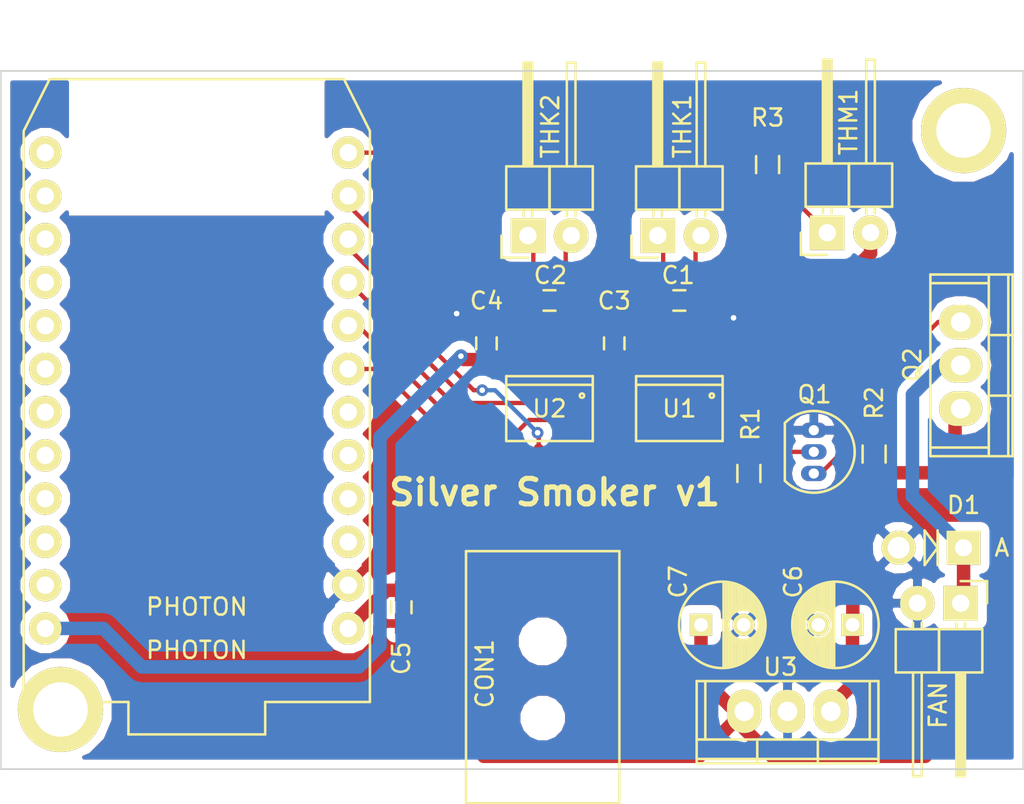
<source format=kicad_pcb>
(kicad_pcb (version 4) (host pcbnew 4.0.4-stable)

  (general
    (links 49)
    (no_connects 0)
    (area 108.449999 76.080999 170.277 123.829001)
    (thickness 1.6002)
    (drawings 6)
    (tracks 149)
    (zones 0)
    (modules 24)
    (nets 18)
  )

  (page USLetter)
  (layers
    (0 F.Cu signal)
    (31 B.Cu signal)
    (36 B.SilkS user)
    (37 F.SilkS user)
    (38 B.Mask user)
    (39 F.Mask user)
    (40 Dwgs.User user)
    (41 Cmts.User user)
    (44 Edge.Cuts user)
    (45 Margin user)
  )

  (setup
    (last_trace_width 0.254)
    (trace_clearance 0.254)
    (zone_clearance 0.508)
    (zone_45_only yes)
    (trace_min 0.1524)
    (segment_width 0.2)
    (edge_width 0.1)
    (via_size 0.6858)
    (via_drill 0.3302)
    (via_min_size 0.6858)
    (via_min_drill 0.3302)
    (uvia_size 0.3)
    (uvia_drill 0.1)
    (uvias_allowed no)
    (uvia_min_size 0.2)
    (uvia_min_drill 0.1)
    (pcb_text_width 0.3)
    (pcb_text_size 1.5 1.5)
    (mod_edge_width 0.15)
    (mod_text_size 1 1)
    (mod_text_width 0.15)
    (pad_size 5 5)
    (pad_drill 3.2)
    (pad_to_mask_clearance 0)
    (aux_axis_origin 0 0)
    (visible_elements FFFEEF7F)
    (pcbplotparams
      (layerselection 0x000a0_80000001)
      (usegerberextensions false)
      (excludeedgelayer true)
      (linewidth 0.100000)
      (plotframeref false)
      (viasonmask false)
      (mode 1)
      (useauxorigin false)
      (hpglpennumber 1)
      (hpglpenspeed 20)
      (hpglpendiameter 15)
      (hpglpenoverlay 2)
      (psnegative false)
      (psa4output false)
      (plotreference true)
      (plotvalue false)
      (plotinvisibletext false)
      (padsonsilk false)
      (subtractmaskfromsilk true)
      (outputformat 1)
      (mirror false)
      (drillshape 0)
      (scaleselection 1)
      (outputdirectory ""))
  )

  (net 0 "")
  (net 1 "Net-(C1-Pad1)")
  (net 2 "Net-(C1-Pad2)")
  (net 3 "Net-(C2-Pad1)")
  (net 4 "Net-(C2-Pad2)")
  (net 5 /3.3V)
  (net 6 GND)
  (net 7 /5V)
  (net 8 +12V)
  (net 9 "Net-(D1-Pad1)")
  (net 10 /SPI_MISO)
  (net 11 /SPI_CLK)
  (net 12 "Net-(MCU1-Pad10)")
  (net 13 "Net-(MCU1-Pad11)")
  (net 14 "Net-(MCU1-Pad12)")
  (net 15 "Net-(Q1-Pad2)")
  (net 16 "Net-(Q1-Pad3)")
  (net 17 /MOTOR_PWM)

  (net_class Default "This is the default net class."
    (clearance 0.254)
    (trace_width 0.254)
    (via_dia 0.6858)
    (via_drill 0.3302)
    (uvia_dia 0.3)
    (uvia_drill 0.1)
    (add_net /MOTOR_PWM)
    (add_net /SPI_CLK)
    (add_net /SPI_MISO)
    (add_net GND)
    (add_net "Net-(C1-Pad1)")
    (add_net "Net-(C1-Pad2)")
    (add_net "Net-(C2-Pad1)")
    (add_net "Net-(C2-Pad2)")
    (add_net "Net-(MCU1-Pad10)")
    (add_net "Net-(MCU1-Pad11)")
    (add_net "Net-(MCU1-Pad12)")
    (add_net "Net-(Q1-Pad2)")
    (add_net "Net-(Q1-Pad3)")
  )

  (net_class Power ""
    (clearance 0.254)
    (trace_width 0.79)
    (via_dia 0.79)
    (via_drill 0.3302)
    (uvia_dia 0.3)
    (uvia_drill 0.1)
    (add_net +12V)
    (add_net /3.3V)
    (add_net /5V)
    (add_net "Net-(D1-Pad1)")
  )

  (module Power_Integrations:SO-8 (layer F.Cu) (tedit 585A4EE0) (tstamp 58562D88)
    (at 140.7 100.33 180)
    (descr "SO-8 Surface Mount Small Outline 150mil 8pin Package")
    (tags "Power Integrations D Package")
    (path /584CA68D)
    (fp_text reference U2 (at 0 0 180) (layer F.SilkS)
      (effects (font (size 1 1) (thickness 0.15)))
    )
    (fp_text value MAX31855KASA (at -2.55 -4.67 180) (layer F.Fab)
      (effects (font (size 1 1) (thickness 0.15)))
    )
    (fp_circle (center -1.905 0.762) (end -1.778 0.762) (layer F.SilkS) (width 0.15))
    (fp_line (start -2.54 1.397) (end 2.54 1.397) (layer F.SilkS) (width 0.15))
    (fp_line (start -2.54 -1.905) (end 2.54 -1.905) (layer F.SilkS) (width 0.15))
    (fp_line (start -2.54 1.905) (end 2.54 1.905) (layer F.SilkS) (width 0.15))
    (fp_line (start -2.54 1.905) (end -2.54 -1.905) (layer F.SilkS) (width 0.15))
    (fp_line (start 2.54 1.905) (end 2.54 -1.905) (layer F.SilkS) (width 0.15))
    (pad 1 smd oval (at -1.905 2.794 180) (size 0.6096 1.4732) (layers F.Cu F.Mask)
      (net 6 GND))
    (pad 2 smd oval (at -0.635 2.794 180) (size 0.6096 1.4732) (layers F.Cu F.Mask)
      (net 4 "Net-(C2-Pad2)"))
    (pad 3 smd oval (at 0.635 2.794 180) (size 0.6096 1.4732) (layers F.Cu F.Mask)
      (net 3 "Net-(C2-Pad1)"))
    (pad 4 smd oval (at 1.905 2.794 180) (size 0.6096 1.4732) (layers F.Cu F.Mask)
      (net 5 /3.3V))
    (pad 5 smd oval (at 1.905 -2.794 180) (size 0.6096 1.4732) (layers F.Cu F.Mask)
      (net 11 /SPI_CLK))
    (pad 6 smd oval (at 0.635 -2.794 180) (size 0.6096 1.4732) (layers F.Cu F.Mask)
      (net 13 "Net-(MCU1-Pad11)"))
    (pad 7 smd oval (at -0.635 -2.794 180) (size 0.6096 1.4732) (layers F.Cu F.Mask)
      (net 10 /SPI_MISO))
    (pad 8 smd oval (at -1.905 -2.794 180) (size 0.6096 1.4732) (layers F.Cu F.Mask))
  )

  (module Connect:1pin (layer F.Cu) (tedit 5858DD0C) (tstamp 585D7042)
    (at 112 118)
    (descr "module 1 pin (ou trou mecanique de percage)")
    (tags DEV)
    (fp_text reference REF** (at 0 -3.048) (layer F.SilkS) hide
      (effects (font (size 1 1) (thickness 0.15)))
    )
    (fp_text value 1pin (at 0 2.794) (layer F.Fab)
      (effects (font (size 1 1) (thickness 0.15)))
    )
    (fp_circle (center 0 0) (end 0 -2.286) (layer F.SilkS) (width 0.15))
    (pad 1 thru_hole circle (at 0 0) (size 5 5) (drill 3.2) (layers *.Cu *.Mask F.SilkS))
  )

  (module Capacitors_SMD:C_0603_HandSoldering (layer F.Cu) (tedit 585A4F4E) (tstamp 58562CF4)
    (at 148.32 93.98 180)
    (descr "Capacitor SMD 0603, hand soldering")
    (tags "capacitor 0603")
    (path /584CDD3F)
    (attr smd)
    (fp_text reference C1 (at 0.07 1.48 180) (layer F.SilkS)
      (effects (font (size 1 1) (thickness 0.15)))
    )
    (fp_text value 10nf (at -1.43 -1.52 180) (layer F.Fab)
      (effects (font (size 1 1) (thickness 0.15)))
    )
    (fp_line (start -0.8 0.4) (end -0.8 -0.4) (layer F.Fab) (width 0.15))
    (fp_line (start 0.8 0.4) (end -0.8 0.4) (layer F.Fab) (width 0.15))
    (fp_line (start 0.8 -0.4) (end 0.8 0.4) (layer F.Fab) (width 0.15))
    (fp_line (start -0.8 -0.4) (end 0.8 -0.4) (layer F.Fab) (width 0.15))
    (fp_line (start -1.85 -0.75) (end 1.85 -0.75) (layer F.CrtYd) (width 0.05))
    (fp_line (start -1.85 0.75) (end 1.85 0.75) (layer F.CrtYd) (width 0.05))
    (fp_line (start -1.85 -0.75) (end -1.85 0.75) (layer F.CrtYd) (width 0.05))
    (fp_line (start 1.85 -0.75) (end 1.85 0.75) (layer F.CrtYd) (width 0.05))
    (fp_line (start -0.35 -0.6) (end 0.35 -0.6) (layer F.SilkS) (width 0.15))
    (fp_line (start 0.35 0.6) (end -0.35 0.6) (layer F.SilkS) (width 0.15))
    (pad 1 smd rect (at -0.95 0 180) (size 1.2 0.75) (layers F.Cu F.Mask)
      (net 1 "Net-(C1-Pad1)"))
    (pad 2 smd rect (at 0.95 0 180) (size 1.2 0.75) (layers F.Cu F.Mask)
      (net 2 "Net-(C1-Pad2)"))
    (model Capacitors_SMD.3dshapes/C_0603_HandSoldering.wrl
      (at (xyz 0 0 0))
      (scale (xyz 1 1 1))
      (rotate (xyz 0 0 0))
    )
  )

  (module Capacitors_SMD:C_0603_HandSoldering (layer F.Cu) (tedit 585A4F63) (tstamp 58562CFA)
    (at 140.7 93.98)
    (descr "Capacitor SMD 0603, hand soldering")
    (tags "capacitor 0603")
    (path /584CDFE9)
    (attr smd)
    (fp_text reference C2 (at 0.05 -1.48) (layer F.SilkS)
      (effects (font (size 1 1) (thickness 0.15)))
    )
    (fp_text value 10nf (at 0.8 1.52) (layer F.Fab)
      (effects (font (size 1 1) (thickness 0.15)))
    )
    (fp_line (start -0.8 0.4) (end -0.8 -0.4) (layer F.Fab) (width 0.15))
    (fp_line (start 0.8 0.4) (end -0.8 0.4) (layer F.Fab) (width 0.15))
    (fp_line (start 0.8 -0.4) (end 0.8 0.4) (layer F.Fab) (width 0.15))
    (fp_line (start -0.8 -0.4) (end 0.8 -0.4) (layer F.Fab) (width 0.15))
    (fp_line (start -1.85 -0.75) (end 1.85 -0.75) (layer F.CrtYd) (width 0.05))
    (fp_line (start -1.85 0.75) (end 1.85 0.75) (layer F.CrtYd) (width 0.05))
    (fp_line (start -1.85 -0.75) (end -1.85 0.75) (layer F.CrtYd) (width 0.05))
    (fp_line (start 1.85 -0.75) (end 1.85 0.75) (layer F.CrtYd) (width 0.05))
    (fp_line (start -0.35 -0.6) (end 0.35 -0.6) (layer F.SilkS) (width 0.15))
    (fp_line (start 0.35 0.6) (end -0.35 0.6) (layer F.SilkS) (width 0.15))
    (pad 1 smd rect (at -0.95 0) (size 1.2 0.75) (layers F.Cu F.Mask)
      (net 3 "Net-(C2-Pad1)"))
    (pad 2 smd rect (at 0.95 0) (size 1.2 0.75) (layers F.Cu F.Mask)
      (net 4 "Net-(C2-Pad2)"))
    (model Capacitors_SMD.3dshapes/C_0603_HandSoldering.wrl
      (at (xyz 0 0 0))
      (scale (xyz 1 1 1))
      (rotate (xyz 0 0 0))
    )
  )

  (module Capacitors_SMD:C_0603_HandSoldering (layer F.Cu) (tedit 585A588F) (tstamp 58562D00)
    (at 144.5 96.5 90)
    (descr "Capacitor SMD 0603, hand soldering")
    (tags "capacitor 0603")
    (path /58585A22)
    (attr smd)
    (fp_text reference C3 (at 2.5 0 180) (layer F.SilkS)
      (effects (font (size 1 1) (thickness 0.15)))
    )
    (fp_text value 0.1uf (at 0 1.9 90) (layer F.Fab)
      (effects (font (size 1 1) (thickness 0.15)))
    )
    (fp_line (start -0.8 0.4) (end -0.8 -0.4) (layer F.Fab) (width 0.15))
    (fp_line (start 0.8 0.4) (end -0.8 0.4) (layer F.Fab) (width 0.15))
    (fp_line (start 0.8 -0.4) (end 0.8 0.4) (layer F.Fab) (width 0.15))
    (fp_line (start -0.8 -0.4) (end 0.8 -0.4) (layer F.Fab) (width 0.15))
    (fp_line (start -1.85 -0.75) (end 1.85 -0.75) (layer F.CrtYd) (width 0.05))
    (fp_line (start -1.85 0.75) (end 1.85 0.75) (layer F.CrtYd) (width 0.05))
    (fp_line (start -1.85 -0.75) (end -1.85 0.75) (layer F.CrtYd) (width 0.05))
    (fp_line (start 1.85 -0.75) (end 1.85 0.75) (layer F.CrtYd) (width 0.05))
    (fp_line (start -0.35 -0.6) (end 0.35 -0.6) (layer F.SilkS) (width 0.15))
    (fp_line (start 0.35 0.6) (end -0.35 0.6) (layer F.SilkS) (width 0.15))
    (pad 1 smd rect (at -0.95 0 90) (size 1.2 0.75) (layers F.Cu F.Mask)
      (net 5 /3.3V))
    (pad 2 smd rect (at 0.95 0 90) (size 1.2 0.75) (layers F.Cu F.Mask)
      (net 6 GND))
    (model Capacitors_SMD.3dshapes/C_0603_HandSoldering.wrl
      (at (xyz 0 0 0))
      (scale (xyz 1 1 1))
      (rotate (xyz 0 0 0))
    )
  )

  (module ad-hoc:Barrel_Jack_PJ-002AH-SMT (layer F.Cu) (tedit 585A4932) (tstamp 58562D16)
    (at 146 118.5 90)
    (path /584D21D6)
    (fp_text reference CON1 (at 2.6 -9.1 270) (layer F.SilkS)
      (effects (font (size 1 1) (thickness 0.15)))
    )
    (fp_text value "12V + BARREL" (at 3.75 -2.5 90) (layer F.Fab)
      (effects (font (size 1 1) (thickness 0.15)))
    )
    (fp_line (start 9.8 -1.2) (end -4.9 -1.2) (layer F.SilkS) (width 0.15))
    (fp_line (start 9.8 -10.2) (end -4.9 -10.2) (layer F.SilkS) (width 0.15))
    (fp_line (start 9.8 -1.2) (end 9.8 -10.2) (layer F.SilkS) (width 0.15))
    (fp_line (start -5 -1.2) (end -5 -10.2) (layer F.SilkS) (width 0.15))
    (pad 3 smd rect (at 6.1 0 90) (size 2.8 2.4) (layers F.Cu F.Mask)
      (net 6 GND))
    (pad 2 smd rect (at 0 0 90) (size 2.8 2.4) (layers F.Cu F.Mask)
      (net 6 GND))
    (pad 1 smd rect (at 6.1 -11.4 90) (size 2.8 2.4) (layers F.Cu F.Mask)
      (net 8 +12V))
    (pad 1 smd rect (at 0 -11.4 90) (size 2.8 2.4) (layers F.Cu F.Mask)
      (net 8 +12V))
    (pad "" np_thru_hole circle (at 0 -5.7 90) (size 1.6 1.6) (drill 1.6) (layers *.Cu *.Mask))
    (pad "" np_thru_hole circle (at 4.5 -5.7 90) (size 1.8 1.8) (drill 1.8) (layers *.Cu *.Mask))
  )

  (module particle:photon (layer F.Cu) (tedit 585A5C25) (tstamp 58562D38)
    (at 120 98 180)
    (path /5846B2A5)
    (fp_text reference PHOTON (at 0 -16.51 180) (layer F.SilkS)
      (effects (font (size 1 1) (thickness 0.15)))
    )
    (fp_text value PHOTON (at 0 -13.97 180) (layer F.SilkS)
      (effects (font (size 1 1) (thickness 0.15)))
    )
    (fp_text user "all layers" (at 0 19.05 180) (layer Cmts.User)
      (effects (font (size 1 1) (thickness 0.15)))
    )
    (fp_text user "recommended on" (at 0 16.51 180) (layer Cmts.User)
      (effects (font (size 1 1) (thickness 0.15)))
    )
    (fp_text user "signal keep out" (at 0 13.97 180) (layer Cmts.User)
      (effects (font (size 1 1) (thickness 0.15)))
    )
    (fp_text user "ground plane and" (at 0 11.43 180) (layer Cmts.User)
      (effects (font (size 1 1) (thickness 0.15)))
    )
    (fp_line (start 6.35 21.59) (end 7.62 21.59) (layer Dwgs.User) (width 0.15))
    (fp_line (start 7.62 21.59) (end 7.62 8.89) (layer Dwgs.User) (width 0.15))
    (fp_line (start 7.62 8.89) (end -7.62 8.89) (layer Dwgs.User) (width 0.15))
    (fp_line (start 6.35 21.59) (end -7.62 21.59) (layer Dwgs.User) (width 0.15))
    (fp_line (start -7.62 21.59) (end -7.62 8.89) (layer Dwgs.User) (width 0.15))
    (fp_line (start 10.16 13.97) (end 8.636 17.018) (layer F.SilkS) (width 0.15))
    (fp_line (start -10.16 13.97) (end -8.636 17.018) (layer F.SilkS) (width 0.15))
    (fp_line (start -8.636 17.018) (end 8.636 17.018) (layer F.SilkS) (width 0.15))
    (fp_line (start 10.16 -19.558) (end 10.16 13.97) (layer F.SilkS) (width 0.15))
    (fp_line (start -10.16 -19.558) (end -10.16 13.97) (layer F.SilkS) (width 0.15))
    (fp_line (start 4.0132 -19.558) (end 10.16 -19.558) (layer F.SilkS) (width 0.15))
    (fp_line (start -4.0132 -19.558) (end -10.16 -19.558) (layer F.SilkS) (width 0.15))
    (fp_line (start -4.0132 -21.463) (end -4.0132 -19.558) (layer F.SilkS) (width 0.15))
    (fp_line (start 4.0132 -21.463) (end 4.0132 -19.558) (layer F.SilkS) (width 0.15))
    (fp_line (start -4.0132 -21.463) (end 4.0132 -21.463) (layer F.SilkS) (width 0.15))
    (pad 1 thru_hole circle (at -8.89 -15.24 180) (size 1.9 1.9) (drill 1.02) (layers *.Cu *.Mask F.SilkS)
      (net 7 /5V))
    (pad 2 thru_hole circle (at -8.89 -12.7 180) (size 1.9 1.9) (drill 1.02) (layers *.Cu *.Mask F.SilkS)
      (net 6 GND))
    (pad 3 thru_hole circle (at -8.89 -10.16 180) (size 1.9 1.9) (drill 1.02) (layers *.Cu *.Mask F.SilkS))
    (pad 4 thru_hole circle (at -8.89 -7.62 180) (size 1.9 1.9) (drill 1.02) (layers *.Cu *.Mask F.SilkS))
    (pad 5 thru_hole circle (at -8.89 -5.08 180) (size 1.9 1.9) (drill 1.02) (layers *.Cu *.Mask F.SilkS))
    (pad 6 thru_hole circle (at -8.89 -2.54 180) (size 1.9 1.9) (drill 1.02) (layers *.Cu *.Mask F.SilkS))
    (pad 7 thru_hole circle (at -8.89 0 180) (size 1.9 1.9) (drill 1.02) (layers *.Cu *.Mask F.SilkS)
      (net 17 /MOTOR_PWM))
    (pad 8 thru_hole circle (at -8.89 2.54 180) (size 1.9 1.9) (drill 1.02) (layers *.Cu *.Mask F.SilkS)
      (net 10 /SPI_MISO))
    (pad 9 thru_hole circle (at -8.89 5.08 180) (size 1.9 1.9) (drill 1.02) (layers *.Cu *.Mask F.SilkS)
      (net 11 /SPI_CLK))
    (pad 10 thru_hole circle (at -8.89 7.62 180) (size 1.9 1.9) (drill 1.02) (layers *.Cu *.Mask F.SilkS)
      (net 12 "Net-(MCU1-Pad10)"))
    (pad 11 thru_hole circle (at -8.89 10.16 180) (size 1.9 1.9) (drill 1.02) (layers *.Cu *.Mask F.SilkS)
      (net 13 "Net-(MCU1-Pad11)"))
    (pad 12 thru_hole circle (at -8.89 12.7 180) (size 1.9 1.9) (drill 1.02) (layers *.Cu *.Mask F.SilkS)
      (net 14 "Net-(MCU1-Pad12)"))
    (pad 24 thru_hole circle (at 8.89 -15.24 180) (size 1.9 1.9) (drill 1.02) (layers *.Cu *.Mask F.SilkS)
      (net 5 /3.3V))
    (pad 23 thru_hole circle (at 8.89 -12.7 180) (size 1.9 1.9) (drill 1.02) (layers *.Cu *.Mask F.SilkS))
    (pad 22 thru_hole circle (at 8.89 -10.16 180) (size 1.9 1.9) (drill 1.02) (layers *.Cu *.Mask F.SilkS))
    (pad 21 thru_hole circle (at 8.89 -7.62 180) (size 1.9 1.9) (drill 1.02) (layers *.Cu *.Mask F.SilkS))
    (pad 20 thru_hole circle (at 8.89 -5.08 180) (size 1.9 1.9) (drill 1.02) (layers *.Cu *.Mask F.SilkS))
    (pad 19 thru_hole circle (at 8.89 -2.54 180) (size 1.9 1.9) (drill 1.02) (layers *.Cu *.Mask F.SilkS))
    (pad 18 thru_hole circle (at 8.89 0 180) (size 1.9 1.9) (drill 1.02) (layers *.Cu *.Mask F.SilkS))
    (pad 17 thru_hole circle (at 8.89 2.54 180) (size 1.9 1.9) (drill 1.02) (layers *.Cu *.Mask F.SilkS))
    (pad 16 thru_hole circle (at 8.89 5.08 180) (size 1.9 1.9) (drill 1.02) (layers *.Cu *.Mask F.SilkS))
    (pad 15 thru_hole circle (at 8.89 7.62 180) (size 1.9 1.9) (drill 1.02) (layers *.Cu *.Mask F.SilkS))
    (pad 14 thru_hole circle (at 8.89 10.16 180) (size 1.9 1.9) (drill 1.02) (layers *.Cu *.Mask F.SilkS))
    (pad 13 thru_hole circle (at 8.89 12.7 180) (size 1.9 1.9) (drill 1.02) (layers *.Cu *.Mask F.SilkS))
  )

  (module Pin_Headers:Pin_Header_Angled_1x02 (layer F.Cu) (tedit 585A593A) (tstamp 58562D4A)
    (at 164.83 111.76 270)
    (descr "Through hole pin header")
    (tags "pin header")
    (path /584CF16C)
    (fp_text reference FAN (at 5.99 1.33 270) (layer F.SilkS)
      (effects (font (size 1 1) (thickness 0.15)))
    )
    (fp_text value "1x2 Header for Motor" (at 0 -3.1 270) (layer F.Fab)
      (effects (font (size 1 1) (thickness 0.15)))
    )
    (fp_line (start -1.5 -1.75) (end -1.5 4.3) (layer F.CrtYd) (width 0.05))
    (fp_line (start 10.65 -1.75) (end 10.65 4.3) (layer F.CrtYd) (width 0.05))
    (fp_line (start -1.5 -1.75) (end 10.65 -1.75) (layer F.CrtYd) (width 0.05))
    (fp_line (start -1.5 4.3) (end 10.65 4.3) (layer F.CrtYd) (width 0.05))
    (fp_line (start -1.3 -1.55) (end -1.3 0) (layer F.SilkS) (width 0.15))
    (fp_line (start 0 -1.55) (end -1.3 -1.55) (layer F.SilkS) (width 0.15))
    (fp_line (start 4.191 -0.127) (end 10.033 -0.127) (layer F.SilkS) (width 0.15))
    (fp_line (start 10.033 -0.127) (end 10.033 0.127) (layer F.SilkS) (width 0.15))
    (fp_line (start 10.033 0.127) (end 4.191 0.127) (layer F.SilkS) (width 0.15))
    (fp_line (start 4.191 0.127) (end 4.191 0) (layer F.SilkS) (width 0.15))
    (fp_line (start 4.191 0) (end 10.033 0) (layer F.SilkS) (width 0.15))
    (fp_line (start 1.524 -0.254) (end 1.143 -0.254) (layer F.SilkS) (width 0.15))
    (fp_line (start 1.524 0.254) (end 1.143 0.254) (layer F.SilkS) (width 0.15))
    (fp_line (start 1.524 2.286) (end 1.143 2.286) (layer F.SilkS) (width 0.15))
    (fp_line (start 1.524 2.794) (end 1.143 2.794) (layer F.SilkS) (width 0.15))
    (fp_line (start 1.524 -1.27) (end 4.064 -1.27) (layer F.SilkS) (width 0.15))
    (fp_line (start 1.524 1.27) (end 4.064 1.27) (layer F.SilkS) (width 0.15))
    (fp_line (start 1.524 1.27) (end 1.524 3.81) (layer F.SilkS) (width 0.15))
    (fp_line (start 1.524 3.81) (end 4.064 3.81) (layer F.SilkS) (width 0.15))
    (fp_line (start 4.064 2.286) (end 10.16 2.286) (layer F.SilkS) (width 0.15))
    (fp_line (start 10.16 2.286) (end 10.16 2.794) (layer F.SilkS) (width 0.15))
    (fp_line (start 10.16 2.794) (end 4.064 2.794) (layer F.SilkS) (width 0.15))
    (fp_line (start 4.064 3.81) (end 4.064 1.27) (layer F.SilkS) (width 0.15))
    (fp_line (start 4.064 1.27) (end 4.064 -1.27) (layer F.SilkS) (width 0.15))
    (fp_line (start 10.16 0.254) (end 4.064 0.254) (layer F.SilkS) (width 0.15))
    (fp_line (start 10.16 -0.254) (end 10.16 0.254) (layer F.SilkS) (width 0.15))
    (fp_line (start 4.064 -0.254) (end 10.16 -0.254) (layer F.SilkS) (width 0.15))
    (fp_line (start 1.524 1.27) (end 4.064 1.27) (layer F.SilkS) (width 0.15))
    (fp_line (start 1.524 -1.27) (end 1.524 1.27) (layer F.SilkS) (width 0.15))
    (pad 1 thru_hole rect (at 0 0 270) (size 2.032 2.032) (drill 1.016) (layers *.Cu *.Mask F.SilkS)
      (net 9 "Net-(D1-Pad1)"))
    (pad 2 thru_hole oval (at 0 2.54 270) (size 2.032 2.032) (drill 1.016) (layers *.Cu *.Mask F.SilkS)
      (net 6 GND))
    (model Pin_Headers.3dshapes/Pin_Header_Angled_1x02.wrl
      (at (xyz 0 -0.05 0))
      (scale (xyz 1 1 1))
      (rotate (xyz 0 0 90))
    )
  )

  (module TO_SOT_Packages_THT:TO-92_Inline_Narrow_Oval (layer F.Cu) (tedit 585A4F39) (tstamp 58562D51)
    (at 156.21 101.6 270)
    (descr "TO-92 leads in-line, narrow, oval pads, drill 0.6mm (see NXP sot054_po.pdf)")
    (tags "to-92 sc-43 sc-43a sot54 PA33 transistor")
    (path /5846CF1E)
    (fp_text reference Q1 (at -2.1 -0.04 360) (layer F.SilkS)
      (effects (font (size 1 1) (thickness 0.15)))
    )
    (fp_text value PN2222A (at -3.6 -0.29 360) (layer F.Fab)
      (effects (font (size 1 1) (thickness 0.15)))
    )
    (fp_line (start -1.4 1.95) (end -1.4 -2.65) (layer F.CrtYd) (width 0.05))
    (fp_line (start -1.4 1.95) (end 3.95 1.95) (layer F.CrtYd) (width 0.05))
    (fp_line (start -0.43 1.7) (end 2.97 1.7) (layer F.SilkS) (width 0.15))
    (fp_arc (start 1.27 0) (end 1.27 -2.4) (angle -135) (layer F.SilkS) (width 0.15))
    (fp_arc (start 1.27 0) (end 1.27 -2.4) (angle 135) (layer F.SilkS) (width 0.15))
    (fp_line (start -1.4 -2.65) (end 3.95 -2.65) (layer F.CrtYd) (width 0.05))
    (fp_line (start 3.95 1.95) (end 3.95 -2.65) (layer F.CrtYd) (width 0.05))
    (pad 2 thru_hole oval (at 1.27 0 90) (size 0.89916 1.50114) (drill 0.6) (layers *.Cu *.Mask)
      (net 15 "Net-(Q1-Pad2)"))
    (pad 3 thru_hole oval (at 2.54 0 90) (size 0.89916 1.50114) (drill 0.6) (layers *.Cu *.Mask)
      (net 16 "Net-(Q1-Pad3)"))
    (pad 1 thru_hole oval (at 0 0 90) (size 0.89916 1.50114) (drill 0.6) (layers *.Cu *.Mask)
      (net 6 GND))
    (model TO_SOT_Packages_THT.3dshapes/TO-92_Inline_Narrow_Oval.wrl
      (at (xyz 0.05 0 0))
      (scale (xyz 1 1 1))
      (rotate (xyz 0 0 -90))
    )
  )

  (module Power_Integrations:TO-220 (layer F.Cu) (tedit 585A58B4) (tstamp 58562D58)
    (at 164.83 97.79 270)
    (descr "Non Isolated JEDEC TO-220 Package")
    (tags "Power Integration YN Package")
    (path /5846CE71)
    (fp_text reference Q2 (at -0.04 2.83 270) (layer F.SilkS)
      (effects (font (size 1 1) (thickness 0.15)))
    )
    (fp_text value IRF9540N (at 0 -4.318 270) (layer F.Fab)
      (effects (font (size 1 1) (thickness 0.15)))
    )
    (fp_line (start 4.826 -1.651) (end 4.826 1.778) (layer F.SilkS) (width 0.15))
    (fp_line (start -4.826 -1.651) (end -4.826 1.778) (layer F.SilkS) (width 0.15))
    (fp_line (start 5.334 -2.794) (end -5.334 -2.794) (layer F.SilkS) (width 0.15))
    (fp_line (start 1.778 -1.778) (end 1.778 -3.048) (layer F.SilkS) (width 0.15))
    (fp_line (start -1.778 -1.778) (end -1.778 -3.048) (layer F.SilkS) (width 0.15))
    (fp_line (start -5.334 -1.651) (end 5.334 -1.651) (layer F.SilkS) (width 0.15))
    (fp_line (start 5.334 1.778) (end -5.334 1.778) (layer F.SilkS) (width 0.15))
    (fp_line (start -5.334 -3.048) (end -5.334 1.778) (layer F.SilkS) (width 0.15))
    (fp_line (start 5.334 -3.048) (end 5.334 1.778) (layer F.SilkS) (width 0.15))
    (fp_line (start 5.334 -3.048) (end -5.334 -3.048) (layer F.SilkS) (width 0.15))
    (pad 2 thru_hole oval (at 0 0 270) (size 2.032 2.54) (drill 1.143) (layers *.Cu *.Mask F.SilkS)
      (net 9 "Net-(D1-Pad1)"))
    (pad 3 thru_hole oval (at 2.54 0 270) (size 2.032 2.54) (drill 1.143) (layers *.Cu *.Mask F.SilkS)
      (net 8 +12V))
    (pad 1 thru_hole oval (at -2.54 0 270) (size 2.032 2.54) (drill 1.143) (layers *.Cu *.Mask F.SilkS)
      (net 16 "Net-(Q1-Pad3)"))
  )

  (module Resistors_SMD:R_0603_HandSoldering (layer F.Cu) (tedit 585A583C) (tstamp 58562D5E)
    (at 152.4 104.14 270)
    (descr "Resistor SMD 0603, hand soldering")
    (tags "resistor 0603")
    (path /58492E25)
    (attr smd)
    (fp_text reference R1 (at -2.89 -0.1 270) (layer F.SilkS)
      (effects (font (size 1 1) (thickness 0.15)))
    )
    (fp_text value 1k (at 2.86 -0.1 360) (layer F.Fab)
      (effects (font (size 1 1) (thickness 0.15)))
    )
    (fp_line (start -0.8 0.4) (end -0.8 -0.4) (layer F.Fab) (width 0.1))
    (fp_line (start 0.8 0.4) (end -0.8 0.4) (layer F.Fab) (width 0.1))
    (fp_line (start 0.8 -0.4) (end 0.8 0.4) (layer F.Fab) (width 0.1))
    (fp_line (start -0.8 -0.4) (end 0.8 -0.4) (layer F.Fab) (width 0.1))
    (fp_line (start -2 -0.8) (end 2 -0.8) (layer F.CrtYd) (width 0.05))
    (fp_line (start -2 0.8) (end 2 0.8) (layer F.CrtYd) (width 0.05))
    (fp_line (start -2 -0.8) (end -2 0.8) (layer F.CrtYd) (width 0.05))
    (fp_line (start 2 -0.8) (end 2 0.8) (layer F.CrtYd) (width 0.05))
    (fp_line (start 0.5 0.675) (end -0.5 0.675) (layer F.SilkS) (width 0.15))
    (fp_line (start -0.5 -0.675) (end 0.5 -0.675) (layer F.SilkS) (width 0.15))
    (pad 1 smd rect (at -1.1 0 270) (size 1.2 0.9) (layers F.Cu F.Mask)
      (net 15 "Net-(Q1-Pad2)"))
    (pad 2 smd rect (at 1.1 0 270) (size 1.2 0.9) (layers F.Cu F.Mask)
      (net 17 /MOTOR_PWM))
    (model Resistors_SMD.3dshapes/R_0603_HandSoldering.wrl
      (at (xyz 0 0 0))
      (scale (xyz 1 1 1))
      (rotate (xyz 0 0 0))
    )
  )

  (module Resistors_SMD:R_0603_HandSoldering (layer F.Cu) (tedit 585A58A5) (tstamp 58562D64)
    (at 159.75 103 270)
    (descr "Resistor SMD 0603, hand soldering")
    (tags "resistor 0603")
    (path /58492EC1)
    (attr smd)
    (fp_text reference R2 (at -3 0 270) (layer F.SilkS)
      (effects (font (size 1 1) (thickness 0.15)))
    )
    (fp_text value 1k (at 0 1.9 270) (layer F.Fab)
      (effects (font (size 1 1) (thickness 0.15)))
    )
    (fp_line (start -0.8 0.4) (end -0.8 -0.4) (layer F.Fab) (width 0.1))
    (fp_line (start 0.8 0.4) (end -0.8 0.4) (layer F.Fab) (width 0.1))
    (fp_line (start 0.8 -0.4) (end 0.8 0.4) (layer F.Fab) (width 0.1))
    (fp_line (start -0.8 -0.4) (end 0.8 -0.4) (layer F.Fab) (width 0.1))
    (fp_line (start -2 -0.8) (end 2 -0.8) (layer F.CrtYd) (width 0.05))
    (fp_line (start -2 0.8) (end 2 0.8) (layer F.CrtYd) (width 0.05))
    (fp_line (start -2 -0.8) (end -2 0.8) (layer F.CrtYd) (width 0.05))
    (fp_line (start 2 -0.8) (end 2 0.8) (layer F.CrtYd) (width 0.05))
    (fp_line (start 0.5 0.675) (end -0.5 0.675) (layer F.SilkS) (width 0.15))
    (fp_line (start -0.5 -0.675) (end 0.5 -0.675) (layer F.SilkS) (width 0.15))
    (pad 1 smd rect (at -1.1 0 270) (size 1.2 0.9) (layers F.Cu F.Mask)
      (net 16 "Net-(Q1-Pad3)"))
    (pad 2 smd rect (at 1.1 0 270) (size 1.2 0.9) (layers F.Cu F.Mask)
      (net 8 +12V))
    (model Resistors_SMD.3dshapes/R_0603_HandSoldering.wrl
      (at (xyz 0 0 0))
      (scale (xyz 1 1 1))
      (rotate (xyz 0 0 0))
    )
  )

  (module Resistors_SMD:R_0603_HandSoldering (layer F.Cu) (tedit 585A4DDA) (tstamp 58562D6A)
    (at 153.5 86 90)
    (descr "Resistor SMD 0603, hand soldering")
    (tags "resistor 0603")
    (path /584CFEC3)
    (attr smd)
    (fp_text reference R3 (at 2.75 0 180) (layer F.SilkS)
      (effects (font (size 1 1) (thickness 0.15)))
    )
    (fp_text value 10/100k (at 0 1.9 90) (layer F.Fab)
      (effects (font (size 1 1) (thickness 0.15)))
    )
    (fp_line (start -0.8 0.4) (end -0.8 -0.4) (layer F.Fab) (width 0.1))
    (fp_line (start 0.8 0.4) (end -0.8 0.4) (layer F.Fab) (width 0.1))
    (fp_line (start 0.8 -0.4) (end 0.8 0.4) (layer F.Fab) (width 0.1))
    (fp_line (start -0.8 -0.4) (end 0.8 -0.4) (layer F.Fab) (width 0.1))
    (fp_line (start -2 -0.8) (end 2 -0.8) (layer F.CrtYd) (width 0.05))
    (fp_line (start -2 0.8) (end 2 0.8) (layer F.CrtYd) (width 0.05))
    (fp_line (start -2 -0.8) (end -2 0.8) (layer F.CrtYd) (width 0.05))
    (fp_line (start 2 -0.8) (end 2 0.8) (layer F.CrtYd) (width 0.05))
    (fp_line (start 0.5 0.675) (end -0.5 0.675) (layer F.SilkS) (width 0.15))
    (fp_line (start -0.5 -0.675) (end 0.5 -0.675) (layer F.SilkS) (width 0.15))
    (pad 1 smd rect (at -1.1 0 90) (size 1.2 0.9) (layers F.Cu F.Mask)
      (net 14 "Net-(MCU1-Pad12)"))
    (pad 2 smd rect (at 1.1 0 90) (size 1.2 0.9) (layers F.Cu F.Mask)
      (net 6 GND))
    (model Resistors_SMD.3dshapes/R_0603_HandSoldering.wrl
      (at (xyz 0 0 0))
      (scale (xyz 1 1 1))
      (rotate (xyz 0 0 0))
    )
  )

  (module Pin_Headers:Pin_Header_Angled_1x02 (layer F.Cu) (tedit 585A590B) (tstamp 58562D70)
    (at 157 90 90)
    (descr "Through hole pin header")
    (tags "pin header")
    (path /584CF74E)
    (fp_text reference THM1 (at 6.5 1.25 90) (layer F.SilkS)
      (effects (font (size 1 1) (thickness 0.15)))
    )
    (fp_text value 100k (at 0 -3.1 90) (layer F.Fab)
      (effects (font (size 1 1) (thickness 0.15)))
    )
    (fp_line (start -1.5 -1.75) (end -1.5 4.3) (layer F.CrtYd) (width 0.05))
    (fp_line (start 10.65 -1.75) (end 10.65 4.3) (layer F.CrtYd) (width 0.05))
    (fp_line (start -1.5 -1.75) (end 10.65 -1.75) (layer F.CrtYd) (width 0.05))
    (fp_line (start -1.5 4.3) (end 10.65 4.3) (layer F.CrtYd) (width 0.05))
    (fp_line (start -1.3 -1.55) (end -1.3 0) (layer F.SilkS) (width 0.15))
    (fp_line (start 0 -1.55) (end -1.3 -1.55) (layer F.SilkS) (width 0.15))
    (fp_line (start 4.191 -0.127) (end 10.033 -0.127) (layer F.SilkS) (width 0.15))
    (fp_line (start 10.033 -0.127) (end 10.033 0.127) (layer F.SilkS) (width 0.15))
    (fp_line (start 10.033 0.127) (end 4.191 0.127) (layer F.SilkS) (width 0.15))
    (fp_line (start 4.191 0.127) (end 4.191 0) (layer F.SilkS) (width 0.15))
    (fp_line (start 4.191 0) (end 10.033 0) (layer F.SilkS) (width 0.15))
    (fp_line (start 1.524 -0.254) (end 1.143 -0.254) (layer F.SilkS) (width 0.15))
    (fp_line (start 1.524 0.254) (end 1.143 0.254) (layer F.SilkS) (width 0.15))
    (fp_line (start 1.524 2.286) (end 1.143 2.286) (layer F.SilkS) (width 0.15))
    (fp_line (start 1.524 2.794) (end 1.143 2.794) (layer F.SilkS) (width 0.15))
    (fp_line (start 1.524 -1.27) (end 4.064 -1.27) (layer F.SilkS) (width 0.15))
    (fp_line (start 1.524 1.27) (end 4.064 1.27) (layer F.SilkS) (width 0.15))
    (fp_line (start 1.524 1.27) (end 1.524 3.81) (layer F.SilkS) (width 0.15))
    (fp_line (start 1.524 3.81) (end 4.064 3.81) (layer F.SilkS) (width 0.15))
    (fp_line (start 4.064 2.286) (end 10.16 2.286) (layer F.SilkS) (width 0.15))
    (fp_line (start 10.16 2.286) (end 10.16 2.794) (layer F.SilkS) (width 0.15))
    (fp_line (start 10.16 2.794) (end 4.064 2.794) (layer F.SilkS) (width 0.15))
    (fp_line (start 4.064 3.81) (end 4.064 1.27) (layer F.SilkS) (width 0.15))
    (fp_line (start 4.064 1.27) (end 4.064 -1.27) (layer F.SilkS) (width 0.15))
    (fp_line (start 10.16 0.254) (end 4.064 0.254) (layer F.SilkS) (width 0.15))
    (fp_line (start 10.16 -0.254) (end 10.16 0.254) (layer F.SilkS) (width 0.15))
    (fp_line (start 4.064 -0.254) (end 10.16 -0.254) (layer F.SilkS) (width 0.15))
    (fp_line (start 1.524 1.27) (end 4.064 1.27) (layer F.SilkS) (width 0.15))
    (fp_line (start 1.524 -1.27) (end 1.524 1.27) (layer F.SilkS) (width 0.15))
    (pad 1 thru_hole rect (at 0 0 90) (size 2.032 2.032) (drill 1.016) (layers *.Cu *.Mask F.SilkS)
      (net 14 "Net-(MCU1-Pad12)"))
    (pad 2 thru_hole oval (at 0 2.54 90) (size 2.032 2.032) (drill 1.016) (layers *.Cu *.Mask F.SilkS)
      (net 5 /3.3V))
    (model Pin_Headers.3dshapes/Pin_Header_Angled_1x02.wrl
      (at (xyz 0 -0.05 0))
      (scale (xyz 1 1 1))
      (rotate (xyz 0 0 90))
    )
  )

  (module Power_Integrations:SO-8 (layer F.Cu) (tedit 0) (tstamp 58562D7C)
    (at 148.32 100.33 180)
    (descr "SO-8 Surface Mount Small Outline 150mil 8pin Package")
    (tags "Power Integrations D Package")
    (path /584CA396)
    (fp_text reference U1 (at 0 0 180) (layer F.SilkS)
      (effects (font (size 1 1) (thickness 0.15)))
    )
    (fp_text value MAX31855KASA (at 0 0 180) (layer F.Fab)
      (effects (font (size 1 1) (thickness 0.15)))
    )
    (fp_circle (center -1.905 0.762) (end -1.778 0.762) (layer F.SilkS) (width 0.15))
    (fp_line (start -2.54 1.397) (end 2.54 1.397) (layer F.SilkS) (width 0.15))
    (fp_line (start -2.54 -1.905) (end 2.54 -1.905) (layer F.SilkS) (width 0.15))
    (fp_line (start -2.54 1.905) (end 2.54 1.905) (layer F.SilkS) (width 0.15))
    (fp_line (start -2.54 1.905) (end -2.54 -1.905) (layer F.SilkS) (width 0.15))
    (fp_line (start 2.54 1.905) (end 2.54 -1.905) (layer F.SilkS) (width 0.15))
    (pad 1 smd oval (at -1.905 2.794 180) (size 0.6096 1.4732) (layers F.Cu F.Mask)
      (net 6 GND))
    (pad 2 smd oval (at -0.635 2.794 180) (size 0.6096 1.4732) (layers F.Cu F.Mask)
      (net 1 "Net-(C1-Pad1)"))
    (pad 3 smd oval (at 0.635 2.794 180) (size 0.6096 1.4732) (layers F.Cu F.Mask)
      (net 2 "Net-(C1-Pad2)"))
    (pad 4 smd oval (at 1.905 2.794 180) (size 0.6096 1.4732) (layers F.Cu F.Mask)
      (net 5 /3.3V))
    (pad 5 smd oval (at 1.905 -2.794 180) (size 0.6096 1.4732) (layers F.Cu F.Mask)
      (net 11 /SPI_CLK))
    (pad 6 smd oval (at 0.635 -2.794 180) (size 0.6096 1.4732) (layers F.Cu F.Mask)
      (net 12 "Net-(MCU1-Pad10)"))
    (pad 7 smd oval (at -0.635 -2.794 180) (size 0.6096 1.4732) (layers F.Cu F.Mask)
      (net 10 /SPI_MISO))
    (pad 8 smd oval (at -1.905 -2.794 180) (size 0.6096 1.4732) (layers F.Cu F.Mask))
  )

  (module Capacitors_SMD:C_0603_HandSoldering (layer F.Cu) (tedit 585A588C) (tstamp 585879B5)
    (at 137 96.5 90)
    (descr "Capacitor SMD 0603, hand soldering")
    (tags "capacitor 0603")
    (path /584CD3B0)
    (attr smd)
    (fp_text reference C4 (at 2.5 0 180) (layer F.SilkS)
      (effects (font (size 1 1) (thickness 0.15)))
    )
    (fp_text value 0.1uf (at -2 -1.5 90) (layer F.Fab)
      (effects (font (size 1 1) (thickness 0.15)))
    )
    (fp_line (start -0.8 0.4) (end -0.8 -0.4) (layer F.Fab) (width 0.15))
    (fp_line (start 0.8 0.4) (end -0.8 0.4) (layer F.Fab) (width 0.15))
    (fp_line (start 0.8 -0.4) (end 0.8 0.4) (layer F.Fab) (width 0.15))
    (fp_line (start -0.8 -0.4) (end 0.8 -0.4) (layer F.Fab) (width 0.15))
    (fp_line (start -1.85 -0.75) (end 1.85 -0.75) (layer F.CrtYd) (width 0.05))
    (fp_line (start -1.85 0.75) (end 1.85 0.75) (layer F.CrtYd) (width 0.05))
    (fp_line (start -1.85 -0.75) (end -1.85 0.75) (layer F.CrtYd) (width 0.05))
    (fp_line (start 1.85 -0.75) (end 1.85 0.75) (layer F.CrtYd) (width 0.05))
    (fp_line (start -0.35 -0.6) (end 0.35 -0.6) (layer F.SilkS) (width 0.15))
    (fp_line (start 0.35 0.6) (end -0.35 0.6) (layer F.SilkS) (width 0.15))
    (pad 1 smd rect (at -0.95 0 90) (size 1.2 0.75) (layers F.Cu F.Mask)
      (net 5 /3.3V))
    (pad 2 smd rect (at 0.95 0 90) (size 1.2 0.75) (layers F.Cu F.Mask)
      (net 6 GND))
    (model Capacitors_SMD.3dshapes/C_0603_HandSoldering.wrl
      (at (xyz 0 0 0))
      (scale (xyz 1 1 1))
      (rotate (xyz 0 0 0))
    )
  )

  (module Capacitors_SMD:C_0603_HandSoldering (layer F.Cu) (tedit 585A4915) (tstamp 585879BA)
    (at 132 112 90)
    (descr "Capacitor SMD 0603, hand soldering")
    (tags "capacitor 0603")
    (path /58585839)
    (attr smd)
    (fp_text reference C5 (at -3 0 90) (layer F.SilkS)
      (effects (font (size 1 1) (thickness 0.15)))
    )
    (fp_text value 0.1uf (at 4 0 90) (layer F.Fab)
      (effects (font (size 1 1) (thickness 0.15)))
    )
    (fp_line (start -0.8 0.4) (end -0.8 -0.4) (layer F.Fab) (width 0.15))
    (fp_line (start 0.8 0.4) (end -0.8 0.4) (layer F.Fab) (width 0.15))
    (fp_line (start 0.8 -0.4) (end 0.8 0.4) (layer F.Fab) (width 0.15))
    (fp_line (start -0.8 -0.4) (end 0.8 -0.4) (layer F.Fab) (width 0.15))
    (fp_line (start -1.85 -0.75) (end 1.85 -0.75) (layer F.CrtYd) (width 0.05))
    (fp_line (start -1.85 0.75) (end 1.85 0.75) (layer F.CrtYd) (width 0.05))
    (fp_line (start -1.85 -0.75) (end -1.85 0.75) (layer F.CrtYd) (width 0.05))
    (fp_line (start 1.85 -0.75) (end 1.85 0.75) (layer F.CrtYd) (width 0.05))
    (fp_line (start -0.35 -0.6) (end 0.35 -0.6) (layer F.SilkS) (width 0.15))
    (fp_line (start 0.35 0.6) (end -0.35 0.6) (layer F.SilkS) (width 0.15))
    (pad 1 smd rect (at -0.95 0 90) (size 1.2 0.75) (layers F.Cu F.Mask)
      (net 6 GND))
    (pad 2 smd rect (at 0.95 0 90) (size 1.2 0.75) (layers F.Cu F.Mask)
      (net 7 /5V))
    (model Capacitors_SMD.3dshapes/C_0603_HandSoldering.wrl
      (at (xyz 0 0 0))
      (scale (xyz 1 1 1))
      (rotate (xyz 0 0 0))
    )
  )

  (module Capacitors_ThroughHole:C_Radial_D5_L11_P2 (layer F.Cu) (tedit 585A4C5C) (tstamp 585879C4)
    (at 158.48 113.03 180)
    (descr "Radial Electrolytic Capacitor 5mm x Length 11mm, Pitch 2mm")
    (tags "Electrolytic Capacitor")
    (path /5847A4F0)
    (fp_text reference C6 (at 3.48 2.53 270) (layer F.SilkS)
      (effects (font (size 1 1) (thickness 0.15)))
    )
    (fp_text value 10uf (at 0.98 3.53 180) (layer F.Fab)
      (effects (font (size 1 1) (thickness 0.15)))
    )
    (fp_line (start 1.075 -2.499) (end 1.075 2.499) (layer F.SilkS) (width 0.15))
    (fp_line (start 1.215 -2.491) (end 1.215 -0.154) (layer F.SilkS) (width 0.15))
    (fp_line (start 1.215 0.154) (end 1.215 2.491) (layer F.SilkS) (width 0.15))
    (fp_line (start 1.355 -2.475) (end 1.355 -0.473) (layer F.SilkS) (width 0.15))
    (fp_line (start 1.355 0.473) (end 1.355 2.475) (layer F.SilkS) (width 0.15))
    (fp_line (start 1.495 -2.451) (end 1.495 -0.62) (layer F.SilkS) (width 0.15))
    (fp_line (start 1.495 0.62) (end 1.495 2.451) (layer F.SilkS) (width 0.15))
    (fp_line (start 1.635 -2.418) (end 1.635 -0.712) (layer F.SilkS) (width 0.15))
    (fp_line (start 1.635 0.712) (end 1.635 2.418) (layer F.SilkS) (width 0.15))
    (fp_line (start 1.775 -2.377) (end 1.775 -0.768) (layer F.SilkS) (width 0.15))
    (fp_line (start 1.775 0.768) (end 1.775 2.377) (layer F.SilkS) (width 0.15))
    (fp_line (start 1.915 -2.327) (end 1.915 -0.795) (layer F.SilkS) (width 0.15))
    (fp_line (start 1.915 0.795) (end 1.915 2.327) (layer F.SilkS) (width 0.15))
    (fp_line (start 2.055 -2.266) (end 2.055 -0.798) (layer F.SilkS) (width 0.15))
    (fp_line (start 2.055 0.798) (end 2.055 2.266) (layer F.SilkS) (width 0.15))
    (fp_line (start 2.195 -2.196) (end 2.195 -0.776) (layer F.SilkS) (width 0.15))
    (fp_line (start 2.195 0.776) (end 2.195 2.196) (layer F.SilkS) (width 0.15))
    (fp_line (start 2.335 -2.114) (end 2.335 -0.726) (layer F.SilkS) (width 0.15))
    (fp_line (start 2.335 0.726) (end 2.335 2.114) (layer F.SilkS) (width 0.15))
    (fp_line (start 2.475 -2.019) (end 2.475 -0.644) (layer F.SilkS) (width 0.15))
    (fp_line (start 2.475 0.644) (end 2.475 2.019) (layer F.SilkS) (width 0.15))
    (fp_line (start 2.615 -1.908) (end 2.615 -0.512) (layer F.SilkS) (width 0.15))
    (fp_line (start 2.615 0.512) (end 2.615 1.908) (layer F.SilkS) (width 0.15))
    (fp_line (start 2.755 -1.78) (end 2.755 -0.265) (layer F.SilkS) (width 0.15))
    (fp_line (start 2.755 0.265) (end 2.755 1.78) (layer F.SilkS) (width 0.15))
    (fp_line (start 2.895 -1.631) (end 2.895 1.631) (layer F.SilkS) (width 0.15))
    (fp_line (start 3.035 -1.452) (end 3.035 1.452) (layer F.SilkS) (width 0.15))
    (fp_line (start 3.175 -1.233) (end 3.175 1.233) (layer F.SilkS) (width 0.15))
    (fp_line (start 3.315 -0.944) (end 3.315 0.944) (layer F.SilkS) (width 0.15))
    (fp_line (start 3.455 -0.472) (end 3.455 0.472) (layer F.SilkS) (width 0.15))
    (fp_circle (center 2 0) (end 2 -0.8) (layer F.SilkS) (width 0.15))
    (fp_circle (center 1 0) (end 1 -2.5375) (layer F.SilkS) (width 0.15))
    (fp_circle (center 1 0) (end 1 -2.8) (layer F.CrtYd) (width 0.05))
    (pad 1 thru_hole rect (at 0 0 180) (size 1.3 1.3) (drill 0.8) (layers *.Cu *.Mask F.SilkS)
      (net 7 /5V))
    (pad 2 thru_hole circle (at 2 0 180) (size 1.3 1.3) (drill 0.8) (layers *.Cu *.Mask F.SilkS)
      (net 6 GND))
    (model Capacitors_ThroughHole.3dshapes/C_Radial_D5_L11_P2.wrl
      (at (xyz 0 0 0))
      (scale (xyz 1 1 1))
      (rotate (xyz 0 0 0))
    )
  )

  (module Capacitors_ThroughHole:C_Radial_D5_L11_P2.5 (layer F.Cu) (tedit 585A56B9) (tstamp 585879CA)
    (at 149.59 113.03)
    (descr "Radial Electrolytic Capacitor Diameter 5mm x Length 11mm, Pitch 2.5mm")
    (tags "Electrolytic Capacitor")
    (path /5847A36D)
    (fp_text reference C7 (at -1.34 -2.53 90) (layer F.SilkS)
      (effects (font (size 1 1) (thickness 0.15)))
    )
    (fp_text value 100uf (at 0.91 -3.53) (layer F.Fab)
      (effects (font (size 1 1) (thickness 0.15)))
    )
    (fp_line (start 1.325 -2.499) (end 1.325 2.499) (layer F.SilkS) (width 0.15))
    (fp_line (start 1.465 -2.491) (end 1.465 2.491) (layer F.SilkS) (width 0.15))
    (fp_line (start 1.605 -2.475) (end 1.605 -0.095) (layer F.SilkS) (width 0.15))
    (fp_line (start 1.605 0.095) (end 1.605 2.475) (layer F.SilkS) (width 0.15))
    (fp_line (start 1.745 -2.451) (end 1.745 -0.49) (layer F.SilkS) (width 0.15))
    (fp_line (start 1.745 0.49) (end 1.745 2.451) (layer F.SilkS) (width 0.15))
    (fp_line (start 1.885 -2.418) (end 1.885 -0.657) (layer F.SilkS) (width 0.15))
    (fp_line (start 1.885 0.657) (end 1.885 2.418) (layer F.SilkS) (width 0.15))
    (fp_line (start 2.025 -2.377) (end 2.025 -0.764) (layer F.SilkS) (width 0.15))
    (fp_line (start 2.025 0.764) (end 2.025 2.377) (layer F.SilkS) (width 0.15))
    (fp_line (start 2.165 -2.327) (end 2.165 -0.835) (layer F.SilkS) (width 0.15))
    (fp_line (start 2.165 0.835) (end 2.165 2.327) (layer F.SilkS) (width 0.15))
    (fp_line (start 2.305 -2.266) (end 2.305 -0.879) (layer F.SilkS) (width 0.15))
    (fp_line (start 2.305 0.879) (end 2.305 2.266) (layer F.SilkS) (width 0.15))
    (fp_line (start 2.445 -2.196) (end 2.445 -0.898) (layer F.SilkS) (width 0.15))
    (fp_line (start 2.445 0.898) (end 2.445 2.196) (layer F.SilkS) (width 0.15))
    (fp_line (start 2.585 -2.114) (end 2.585 -0.896) (layer F.SilkS) (width 0.15))
    (fp_line (start 2.585 0.896) (end 2.585 2.114) (layer F.SilkS) (width 0.15))
    (fp_line (start 2.725 -2.019) (end 2.725 -0.871) (layer F.SilkS) (width 0.15))
    (fp_line (start 2.725 0.871) (end 2.725 2.019) (layer F.SilkS) (width 0.15))
    (fp_line (start 2.865 -1.908) (end 2.865 -0.823) (layer F.SilkS) (width 0.15))
    (fp_line (start 2.865 0.823) (end 2.865 1.908) (layer F.SilkS) (width 0.15))
    (fp_line (start 3.005 -1.78) (end 3.005 -0.745) (layer F.SilkS) (width 0.15))
    (fp_line (start 3.005 0.745) (end 3.005 1.78) (layer F.SilkS) (width 0.15))
    (fp_line (start 3.145 -1.631) (end 3.145 -0.628) (layer F.SilkS) (width 0.15))
    (fp_line (start 3.145 0.628) (end 3.145 1.631) (layer F.SilkS) (width 0.15))
    (fp_line (start 3.285 -1.452) (end 3.285 -0.44) (layer F.SilkS) (width 0.15))
    (fp_line (start 3.285 0.44) (end 3.285 1.452) (layer F.SilkS) (width 0.15))
    (fp_line (start 3.425 -1.233) (end 3.425 1.233) (layer F.SilkS) (width 0.15))
    (fp_line (start 3.565 -0.944) (end 3.565 0.944) (layer F.SilkS) (width 0.15))
    (fp_line (start 3.705 -0.472) (end 3.705 0.472) (layer F.SilkS) (width 0.15))
    (fp_circle (center 2.5 0) (end 2.5 -0.9) (layer F.SilkS) (width 0.15))
    (fp_circle (center 1.25 0) (end 1.25 -2.5375) (layer F.SilkS) (width 0.15))
    (fp_circle (center 1.25 0) (end 1.25 -2.8) (layer F.CrtYd) (width 0.05))
    (pad 1 thru_hole rect (at 0 0) (size 1.3 1.3) (drill 0.8) (layers *.Cu *.Mask F.SilkS)
      (net 8 +12V))
    (pad 2 thru_hole circle (at 2.5 0) (size 1.3 1.3) (drill 0.8) (layers *.Cu *.Mask F.SilkS)
      (net 6 GND))
    (model Capacitors_ThroughHole.3dshapes/C_Radial_D5_L11_P2.5.wrl
      (at (xyz 0.049213 0 0))
      (scale (xyz 1 1 1))
      (rotate (xyz 0 0 90))
    )
  )

  (module Pin_Headers:Pin_Header_Angled_1x02 (layer F.Cu) (tedit 585A58E9) (tstamp 58587BDF)
    (at 147.05 90.17 90)
    (descr "Through hole pin header")
    (tags "pin header")
    (path /584CEB69)
    (fp_text reference THK1 (at 6.42 1.45 90) (layer F.SilkS)
      (effects (font (size 1 1) (thickness 0.15)))
    )
    (fp_text value "1x2 TC HEADER" (at 3.67 -2.3 90) (layer F.Fab)
      (effects (font (size 1 1) (thickness 0.15)))
    )
    (fp_line (start -1.5 -1.75) (end -1.5 4.3) (layer F.CrtYd) (width 0.05))
    (fp_line (start 10.65 -1.75) (end 10.65 4.3) (layer F.CrtYd) (width 0.05))
    (fp_line (start -1.5 -1.75) (end 10.65 -1.75) (layer F.CrtYd) (width 0.05))
    (fp_line (start -1.5 4.3) (end 10.65 4.3) (layer F.CrtYd) (width 0.05))
    (fp_line (start -1.3 -1.55) (end -1.3 0) (layer F.SilkS) (width 0.15))
    (fp_line (start 0 -1.55) (end -1.3 -1.55) (layer F.SilkS) (width 0.15))
    (fp_line (start 4.191 -0.127) (end 10.033 -0.127) (layer F.SilkS) (width 0.15))
    (fp_line (start 10.033 -0.127) (end 10.033 0.127) (layer F.SilkS) (width 0.15))
    (fp_line (start 10.033 0.127) (end 4.191 0.127) (layer F.SilkS) (width 0.15))
    (fp_line (start 4.191 0.127) (end 4.191 0) (layer F.SilkS) (width 0.15))
    (fp_line (start 4.191 0) (end 10.033 0) (layer F.SilkS) (width 0.15))
    (fp_line (start 1.524 -0.254) (end 1.143 -0.254) (layer F.SilkS) (width 0.15))
    (fp_line (start 1.524 0.254) (end 1.143 0.254) (layer F.SilkS) (width 0.15))
    (fp_line (start 1.524 2.286) (end 1.143 2.286) (layer F.SilkS) (width 0.15))
    (fp_line (start 1.524 2.794) (end 1.143 2.794) (layer F.SilkS) (width 0.15))
    (fp_line (start 1.524 -1.27) (end 4.064 -1.27) (layer F.SilkS) (width 0.15))
    (fp_line (start 1.524 1.27) (end 4.064 1.27) (layer F.SilkS) (width 0.15))
    (fp_line (start 1.524 1.27) (end 1.524 3.81) (layer F.SilkS) (width 0.15))
    (fp_line (start 1.524 3.81) (end 4.064 3.81) (layer F.SilkS) (width 0.15))
    (fp_line (start 4.064 2.286) (end 10.16 2.286) (layer F.SilkS) (width 0.15))
    (fp_line (start 10.16 2.286) (end 10.16 2.794) (layer F.SilkS) (width 0.15))
    (fp_line (start 10.16 2.794) (end 4.064 2.794) (layer F.SilkS) (width 0.15))
    (fp_line (start 4.064 3.81) (end 4.064 1.27) (layer F.SilkS) (width 0.15))
    (fp_line (start 4.064 1.27) (end 4.064 -1.27) (layer F.SilkS) (width 0.15))
    (fp_line (start 10.16 0.254) (end 4.064 0.254) (layer F.SilkS) (width 0.15))
    (fp_line (start 10.16 -0.254) (end 10.16 0.254) (layer F.SilkS) (width 0.15))
    (fp_line (start 4.064 -0.254) (end 10.16 -0.254) (layer F.SilkS) (width 0.15))
    (fp_line (start 1.524 1.27) (end 4.064 1.27) (layer F.SilkS) (width 0.15))
    (fp_line (start 1.524 -1.27) (end 1.524 1.27) (layer F.SilkS) (width 0.15))
    (pad 1 thru_hole rect (at 0 0 90) (size 2.032 2.032) (drill 1.016) (layers *.Cu *.Mask F.SilkS)
      (net 2 "Net-(C1-Pad2)"))
    (pad 2 thru_hole oval (at 0 2.54 90) (size 2.032 2.032) (drill 1.016) (layers *.Cu *.Mask F.SilkS)
      (net 1 "Net-(C1-Pad1)"))
    (model Pin_Headers.3dshapes/Pin_Header_Angled_1x02.wrl
      (at (xyz 0 -0.05 0))
      (scale (xyz 1 1 1))
      (rotate (xyz 0 0 90))
    )
  )

  (module Pin_Headers:Pin_Header_Angled_1x02 (layer F.Cu) (tedit 585A58ED) (tstamp 58587C01)
    (at 139.43 90.17 90)
    (descr "Through hole pin header")
    (tags "pin header")
    (path /584CEBEB)
    (fp_text reference THK2 (at 6.42 1.32 90) (layer F.SilkS)
      (effects (font (size 1 1) (thickness 0.15)))
    )
    (fp_text value "1x2 TC HEADER" (at 3.67 -2.43 90) (layer F.Fab)
      (effects (font (size 1 1) (thickness 0.15)))
    )
    (fp_line (start -1.5 -1.75) (end -1.5 4.3) (layer F.CrtYd) (width 0.05))
    (fp_line (start 10.65 -1.75) (end 10.65 4.3) (layer F.CrtYd) (width 0.05))
    (fp_line (start -1.5 -1.75) (end 10.65 -1.75) (layer F.CrtYd) (width 0.05))
    (fp_line (start -1.5 4.3) (end 10.65 4.3) (layer F.CrtYd) (width 0.05))
    (fp_line (start -1.3 -1.55) (end -1.3 0) (layer F.SilkS) (width 0.15))
    (fp_line (start 0 -1.55) (end -1.3 -1.55) (layer F.SilkS) (width 0.15))
    (fp_line (start 4.191 -0.127) (end 10.033 -0.127) (layer F.SilkS) (width 0.15))
    (fp_line (start 10.033 -0.127) (end 10.033 0.127) (layer F.SilkS) (width 0.15))
    (fp_line (start 10.033 0.127) (end 4.191 0.127) (layer F.SilkS) (width 0.15))
    (fp_line (start 4.191 0.127) (end 4.191 0) (layer F.SilkS) (width 0.15))
    (fp_line (start 4.191 0) (end 10.033 0) (layer F.SilkS) (width 0.15))
    (fp_line (start 1.524 -0.254) (end 1.143 -0.254) (layer F.SilkS) (width 0.15))
    (fp_line (start 1.524 0.254) (end 1.143 0.254) (layer F.SilkS) (width 0.15))
    (fp_line (start 1.524 2.286) (end 1.143 2.286) (layer F.SilkS) (width 0.15))
    (fp_line (start 1.524 2.794) (end 1.143 2.794) (layer F.SilkS) (width 0.15))
    (fp_line (start 1.524 -1.27) (end 4.064 -1.27) (layer F.SilkS) (width 0.15))
    (fp_line (start 1.524 1.27) (end 4.064 1.27) (layer F.SilkS) (width 0.15))
    (fp_line (start 1.524 1.27) (end 1.524 3.81) (layer F.SilkS) (width 0.15))
    (fp_line (start 1.524 3.81) (end 4.064 3.81) (layer F.SilkS) (width 0.15))
    (fp_line (start 4.064 2.286) (end 10.16 2.286) (layer F.SilkS) (width 0.15))
    (fp_line (start 10.16 2.286) (end 10.16 2.794) (layer F.SilkS) (width 0.15))
    (fp_line (start 10.16 2.794) (end 4.064 2.794) (layer F.SilkS) (width 0.15))
    (fp_line (start 4.064 3.81) (end 4.064 1.27) (layer F.SilkS) (width 0.15))
    (fp_line (start 4.064 1.27) (end 4.064 -1.27) (layer F.SilkS) (width 0.15))
    (fp_line (start 10.16 0.254) (end 4.064 0.254) (layer F.SilkS) (width 0.15))
    (fp_line (start 10.16 -0.254) (end 10.16 0.254) (layer F.SilkS) (width 0.15))
    (fp_line (start 4.064 -0.254) (end 10.16 -0.254) (layer F.SilkS) (width 0.15))
    (fp_line (start 1.524 1.27) (end 4.064 1.27) (layer F.SilkS) (width 0.15))
    (fp_line (start 1.524 -1.27) (end 1.524 1.27) (layer F.SilkS) (width 0.15))
    (pad 1 thru_hole rect (at 0 0 90) (size 2.032 2.032) (drill 1.016) (layers *.Cu *.Mask F.SilkS)
      (net 3 "Net-(C2-Pad1)"))
    (pad 2 thru_hole oval (at 0 2.54 90) (size 2.032 2.032) (drill 1.016) (layers *.Cu *.Mask F.SilkS)
      (net 4 "Net-(C2-Pad2)"))
    (model Pin_Headers.3dshapes/Pin_Header_Angled_1x02.wrl
      (at (xyz 0 -0.05 0))
      (scale (xyz 1 1 1))
      (rotate (xyz 0 0 90))
    )
  )

  (module Power_Integrations:TO-220 (layer F.Cu) (tedit 585A4C95) (tstamp 58587C23)
    (at 154.67 118.11 180)
    (descr "Non Isolated JEDEC TO-220 Package")
    (tags "Power Integration YN Package")
    (path /58563B0D)
    (fp_text reference U3 (at 0.42 2.61 180) (layer F.SilkS)
      (effects (font (size 1 1) (thickness 0.15)))
    )
    (fp_text value LM7805CT (at 0 -4.318 180) (layer F.Fab)
      (effects (font (size 1 1) (thickness 0.15)))
    )
    (fp_line (start 4.826 -1.651) (end 4.826 1.778) (layer F.SilkS) (width 0.15))
    (fp_line (start -4.826 -1.651) (end -4.826 1.778) (layer F.SilkS) (width 0.15))
    (fp_line (start 5.334 -2.794) (end -5.334 -2.794) (layer F.SilkS) (width 0.15))
    (fp_line (start 1.778 -1.778) (end 1.778 -3.048) (layer F.SilkS) (width 0.15))
    (fp_line (start -1.778 -1.778) (end -1.778 -3.048) (layer F.SilkS) (width 0.15))
    (fp_line (start -5.334 -1.651) (end 5.334 -1.651) (layer F.SilkS) (width 0.15))
    (fp_line (start 5.334 1.778) (end -5.334 1.778) (layer F.SilkS) (width 0.15))
    (fp_line (start -5.334 -3.048) (end -5.334 1.778) (layer F.SilkS) (width 0.15))
    (fp_line (start 5.334 -3.048) (end 5.334 1.778) (layer F.SilkS) (width 0.15))
    (fp_line (start 5.334 -3.048) (end -5.334 -3.048) (layer F.SilkS) (width 0.15))
    (pad 2 thru_hole oval (at 0 0 180) (size 2.032 2.54) (drill 1.143) (layers *.Cu *.Mask F.SilkS)
      (net 6 GND))
    (pad 3 thru_hole oval (at 2.54 0 180) (size 2.032 2.54) (drill 1.143) (layers *.Cu *.Mask F.SilkS)
      (net 8 +12V))
    (pad 1 thru_hole oval (at -2.54 0 180) (size 2.032 2.54) (drill 1.143) (layers *.Cu *.Mask F.SilkS)
      (net 7 /5V))
  )

  (module Diodes_ThroughHole:Diode_DO-41_SOD81_Vertical_AnodeUp (layer F.Cu) (tedit 585A4CC8) (tstamp 585AFCB7)
    (at 165 108.5 180)
    (descr "Diode, DO-41, SOD81, Vertical, Anode Up,")
    (tags "Diode, DO-41, SOD81, Vertical, Anode Up, 1N4007, SB140,")
    (path /58492BC5)
    (fp_text reference D1 (at 0 2.5 180) (layer F.SilkS)
      (effects (font (size 1 1) (thickness 0.15)))
    )
    (fp_text value 1N4004 (at 0.05 -2 180) (layer F.Fab)
      (effects (font (size 1 1) (thickness 0.15)))
    )
    (fp_text user A (at -2.25 0 180) (layer F.SilkS)
      (effects (font (size 1 1) (thickness 0.15)))
    )
    (fp_line (start 1.524 0) (end 2.286 1.016) (layer F.SilkS) (width 0.15))
    (fp_line (start 1.524 0) (end 2.286 -1.016) (layer F.SilkS) (width 0.15))
    (fp_line (start 1.524 -1.016) (end 1.524 1.016) (layer F.SilkS) (width 0.15))
    (fp_line (start 2.286 -1.016) (end 2.286 1.016) (layer F.SilkS) (width 0.15))
    (pad 2 thru_hole circle (at 3.81 0 180) (size 1.99898 1.99898) (drill 1.27) (layers *.Cu *.Mask F.SilkS)
      (net 6 GND))
    (pad 1 thru_hole rect (at 0 0 180) (size 1.99898 1.99898) (drill 1.00076) (layers *.Cu *.Mask F.SilkS)
      (net 9 "Net-(D1-Pad1)"))
  )

  (module Connect:1pin (layer F.Cu) (tedit 5858DD0C) (tstamp 585D7017)
    (at 165 84)
    (descr "module 1 pin (ou trou mecanique de percage)")
    (tags DEV)
    (fp_text reference REF** (at 0 -3.048) (layer F.SilkS) hide
      (effects (font (size 1 1) (thickness 0.15)))
    )
    (fp_text value 1pin (at 0 2.794) (layer F.Fab)
      (effects (font (size 1 1) (thickness 0.15)))
    )
    (fp_circle (center 0 0) (end 0 -2.286) (layer F.SilkS) (width 0.15))
    (pad 1 thru_hole circle (at 0 0) (size 5 5) (drill 3.2) (layers *.Cu *.Mask F.SilkS))
  )

  (gr_text "Silver Smoker v1" (at 141 105.25) (layer F.SilkS)
    (effects (font (size 1.5 1.5) (thickness 0.3)))
  )
  (gr_line (start 108.5 121.5) (end 108.5 80.5) (angle 90) (layer Edge.Cuts) (width 0.1))
  (gr_line (start 110 121.5) (end 108.5 121.5) (angle 90) (layer Edge.Cuts) (width 0.1))
  (gr_line (start 168.5 121.5) (end 110 121.5) (angle 90) (layer Edge.Cuts) (width 0.1))
  (gr_line (start 168.5 80.5) (end 168.5 121.5) (angle 90) (layer Edge.Cuts) (width 0.1))
  (gr_line (start 108.5 80.5) (end 168.5 80.5) (angle 90) (layer Edge.Cuts) (width 0.1))

  (segment (start 149.27 93.98) (end 149.27 90.49) (width 0.254) (layer F.Cu) (net 1))
  (segment (start 149.27 90.49) (end 149.59 90.17) (width 0.254) (layer F.Cu) (net 1) (tstamp 585D7195))
  (segment (start 148.955 97.536) (end 148.955 96.545) (width 0.254) (layer F.Cu) (net 1))
  (segment (start 149.27 96.23) (end 149.27 93.98) (width 0.254) (layer F.Cu) (net 1) (tstamp 585D7192))
  (segment (start 148.955 96.545) (end 149.27 96.23) (width 0.254) (layer F.Cu) (net 1) (tstamp 585D7191))
  (segment (start 147.37 93.98) (end 147.37 90.49) (width 0.254) (layer F.Cu) (net 2))
  (segment (start 147.37 90.49) (end 147.05 90.17) (width 0.254) (layer F.Cu) (net 2) (tstamp 585D7198))
  (segment (start 147.685 97.536) (end 147.685 96.685) (width 0.254) (layer F.Cu) (net 2))
  (segment (start 147.37 96.37) (end 147.37 93.98) (width 0.254) (layer F.Cu) (net 2) (tstamp 585D718E))
  (segment (start 147.685 96.685) (end 147.37 96.37) (width 0.254) (layer F.Cu) (net 2) (tstamp 585D718D))
  (segment (start 139.75 93.98) (end 139.75 90.49) (width 0.254) (layer F.Cu) (net 3))
  (segment (start 139.75 90.49) (end 139.43 90.17) (width 0.254) (layer F.Cu) (net 3) (tstamp 585D718A))
  (segment (start 139.75 93.98) (end 139.75 96.25) (width 0.254) (layer F.Cu) (net 3))
  (segment (start 140.065 96.565) (end 139.75 96.25) (width 0.254) (layer F.Cu) (net 3) (tstamp 585D716C))
  (segment (start 140.065 96.565) (end 140.065 97.536) (width 0.254) (layer F.Cu) (net 3))
  (segment (start 139.75 90.49) (end 139.43 90.17) (width 0.254) (layer F.Cu) (net 3) (tstamp 585D716E))
  (segment (start 141.65 93.98) (end 141.65 90.49) (width 0.254) (layer F.Cu) (net 4))
  (segment (start 141.65 90.49) (end 141.97 90.17) (width 0.254) (layer F.Cu) (net 4) (tstamp 585D7183))
  (segment (start 141.65 93.98) (end 141.65 96.35) (width 0.254) (layer F.Cu) (net 4))
  (segment (start 141.65 96.35) (end 141.335 96.665) (width 0.254) (layer F.Cu) (net 4) (tstamp 585D717F))
  (segment (start 141.335 96.665) (end 141.335 97.536) (width 0.254) (layer F.Cu) (net 4) (tstamp 585D7180))
  (segment (start 141.335 97.536) (end 141.335 96.665) (width 0.254) (layer F.Cu) (net 4))
  (segment (start 141.335 96.665) (end 141.5 96.5) (width 0.254) (layer F.Cu) (net 4) (tstamp 585D7171))
  (segment (start 141.65 90.49) (end 141.97 90.17) (width 0.254) (layer F.Cu) (net 4) (tstamp 585D7173))
  (segment (start 150.5 99.5) (end 151.25 99.5) (width 0.79) (layer F.Cu) (net 5))
  (segment (start 146.415 97.536) (end 146.415 98.915) (width 0.79) (layer F.Cu) (net 5))
  (segment (start 147 99.5) (end 150.5 99.5) (width 0.79) (layer F.Cu) (net 5) (tstamp 585D71B0))
  (segment (start 146.415 98.915) (end 147 99.5) (width 0.79) (layer F.Cu) (net 5) (tstamp 585D71AF))
  (segment (start 159.54 91.21) (end 159.54 90) (width 0.79) (layer F.Cu) (net 5) (tstamp 585D75C2))
  (segment (start 151.25 99.5) (end 159.54 91.21) (width 0.79) (layer F.Cu) (net 5) (tstamp 585D75C1))
  (segment (start 144.5 97.45) (end 144.5 98.25) (width 0.79) (layer F.Cu) (net 5))
  (segment (start 138.795 98.795) (end 138.795 97.536) (width 0.79) (layer F.Cu) (net 5))
  (segment (start 139.223998 99.223998) (end 138.795 98.795) (width 0.79) (layer F.Cu) (net 5) (tstamp 585D7563))
  (segment (start 143.526002 99.223998) (end 139.223998 99.223998) (width 0.79) (layer F.Cu) (net 5) (tstamp 585D7562))
  (segment (start 144.5 98.25) (end 143.526002 99.223998) (width 0.79) (layer F.Cu) (net 5) (tstamp 585D7561))
  (segment (start 111.11 113.24) (end 114.51 113.24) (width 0.79) (layer B.Cu) (net 5))
  (segment (start 114.51 113.24) (end 116.77 115.5) (width 0.79) (layer B.Cu) (net 5) (tstamp 585D7408))
  (segment (start 116.77 115.5) (end 129.5 115.5) (width 0.79) (layer B.Cu) (net 5) (tstamp 585D7409))
  (segment (start 129.5 115.5) (end 130.75 114.25) (width 0.79) (layer B.Cu) (net 5) (tstamp 585D740B))
  (segment (start 130.75 114.25) (end 130.75 102) (width 0.79) (layer B.Cu) (net 5) (tstamp 585D740D))
  (segment (start 130.75 102) (end 135.5 97.25) (width 0.79) (layer B.Cu) (net 5) (tstamp 585D740F))
  (via (at 135.5 97.25) (size 0.79) (drill 0.3302) (layers F.Cu B.Cu) (net 5))
  (segment (start 135.5 97.25) (end 135.7 97.45) (width 0.79) (layer F.Cu) (net 5) (tstamp 585D7413))
  (segment (start 135.7 97.45) (end 137 97.45) (width 0.79) (layer F.Cu) (net 5) (tstamp 585D7414))
  (segment (start 144.5 97.45) (end 146.329 97.45) (width 0.79) (layer F.Cu) (net 5))
  (segment (start 146.329 97.45) (end 146.415 97.536) (width 0.254) (layer F.Cu) (net 5) (tstamp 585D734A))
  (segment (start 137 97.45) (end 138.709 97.45) (width 0.79) (layer F.Cu) (net 5))
  (segment (start 138.709 97.45) (end 138.795 97.536) (width 0.254) (layer F.Cu) (net 5) (tstamp 585D733B))
  (segment (start 145.964 97.536) (end 146.415 97.536) (width 0.254) (layer F.Cu) (net 5) (tstamp 585D71AA))
  (segment (start 138.795 97.536) (end 138.464 97.536) (width 0.254) (layer F.Cu) (net 5))
  (segment (start 137 95.55) (end 136.05 95.55) (width 0.254) (layer F.Cu) (net 6))
  (via (at 135.25 94.75) (size 0.6858) (drill 0.3302) (layers F.Cu B.Cu) (net 6))
  (segment (start 136.05 95.55) (end 135.25 94.75) (width 0.254) (layer F.Cu) (net 6) (tstamp 585D74F4))
  (segment (start 150.225 97.536) (end 150.225 96.275) (width 0.254) (layer F.Cu) (net 6))
  (via (at 151.5 95) (size 0.6858) (drill 0.3302) (layers F.Cu B.Cu) (net 6))
  (segment (start 150.225 96.275) (end 151.5 95) (width 0.254) (layer F.Cu) (net 6) (tstamp 585D7483))
  (segment (start 158.48 113.03) (end 158.48 116.52) (width 0.79) (layer F.Cu) (net 7))
  (segment (start 158.48 116.52) (end 157.21 117.79) (width 0.79) (layer F.Cu) (net 7) (tstamp 585D714E))
  (segment (start 158.48 113.03) (end 158.5 113.01) (width 0.254) (layer F.Cu) (net 7) (tstamp 585D715C))
  (segment (start 158.5 113.01) (end 158.5 111.5) (width 0.79) (layer F.Cu) (net 7) (tstamp 585D715D))
  (segment (start 158.5 111.5) (end 156.5 109.5) (width 0.79) (layer F.Cu) (net 7) (tstamp 585D715E))
  (segment (start 156.5 109.5) (end 133.55 109.5) (width 0.79) (layer F.Cu) (net 7) (tstamp 585D7160))
  (segment (start 133.55 109.5) (end 132.05 111) (width 0.79) (layer F.Cu) (net 7) (tstamp 585D7162))
  (segment (start 132.05 111) (end 131.13 111) (width 0.79) (layer F.Cu) (net 7) (tstamp 585D7164))
  (segment (start 131.13 111) (end 128.89 113.24) (width 0.79) (layer F.Cu) (net 7) (tstamp 585D7166))
  (segment (start 157.21 118.11) (end 157.21 117.79) (width 0.254) (layer F.Cu) (net 7))
  (segment (start 159.75 104.1) (end 163.1 104.1) (width 0.79) (layer F.Cu) (net 8))
  (segment (start 163.1 104.1) (end 164.5 102.7) (width 0.79) (layer F.Cu) (net 8) (tstamp 585D7569))
  (segment (start 164.5 102.7) (end 164.5 100.66) (width 0.79) (layer F.Cu) (net 8))
  (segment (start 164.5 100.66) (end 164.83 100.33) (width 0.254) (layer F.Cu) (net 8) (tstamp 585D7125))
  (segment (start 152.13 118.11) (end 152.13 119.13) (width 0.254) (layer F.Cu) (net 8))
  (segment (start 152.13 119.13) (end 153.75 120.75) (width 0.79) (layer F.Cu) (net 8) (tstamp 585D7110))
  (segment (start 164.7 102.7) (end 164.5 102.7) (width 0.254) (layer F.Cu) (net 8) (tstamp 585D711A))
  (segment (start 167.5 105.5) (end 164.7 102.7) (width 0.79) (layer F.Cu) (net 8) (tstamp 585D7118))
  (segment (start 167.5 116) (end 167.5 105.5) (width 0.79) (layer F.Cu) (net 8) (tstamp 585D7116))
  (segment (start 162.75 120.75) (end 167.5 116) (width 0.79) (layer F.Cu) (net 8) (tstamp 585D7114))
  (segment (start 153.75 120.75) (end 162.75 120.75) (width 0.79) (layer F.Cu) (net 8) (tstamp 585D7112))
  (segment (start 149.59 116.09) (end 149.59 113.03) (width 0.79) (layer F.Cu) (net 8) (tstamp 585D70FD))
  (segment (start 151.61 118.11) (end 149.59 116.09) (width 0.79) (layer F.Cu) (net 8) (tstamp 585D70FC))
  (segment (start 152.13 118.11) (end 151.61 118.11) (width 0.254) (layer F.Cu) (net 8) (tstamp 585D70FB))
  (segment (start 149.49 120.75) (end 152.13 118.11) (width 0.79) (layer F.Cu) (net 8) (tstamp 585D70F9))
  (segment (start 136.85 120.75) (end 149.49 120.75) (width 0.79) (layer F.Cu) (net 8) (tstamp 585D70F7))
  (segment (start 134.6 118.5) (end 136.85 120.75) (width 0.79) (layer F.Cu) (net 8) (tstamp 585D70F6))
  (segment (start 134.6 112.4) (end 134.6 118.5) (width 0.79) (layer F.Cu) (net 8))
  (segment (start 164.83 97.79) (end 163.71 97.79) (width 0.79) (layer B.Cu) (net 9))
  (segment (start 163.71 97.79) (end 162 99.5) (width 0.79) (layer B.Cu) (net 9) (tstamp 585A5A22))
  (segment (start 162 99.5) (end 162 105.5) (width 0.79) (layer B.Cu) (net 9) (tstamp 585A5A23))
  (segment (start 162 105.5) (end 165 108.5) (width 0.79) (layer B.Cu) (net 9) (tstamp 585A5A24))
  (segment (start 165 108.5) (end 165 111.59) (width 0.79) (layer F.Cu) (net 9))
  (segment (start 165 111.59) (end 164.83 111.76) (width 0.254) (layer F.Cu) (net 9) (tstamp 585D7169))
  (segment (start 141.335 103.124) (end 141.335 104.185) (width 0.254) (layer F.Cu) (net 10))
  (segment (start 148.5 104.5) (end 148.955 104.045) (width 0.254) (layer F.Cu) (net 10) (tstamp 585D7285))
  (segment (start 141.65 104.5) (end 148.5 104.5) (width 0.254) (layer F.Cu) (net 10) (tstamp 585D7284))
  (segment (start 141.335 104.185) (end 141.65 104.5) (width 0.254) (layer F.Cu) (net 10) (tstamp 585D7283))
  (segment (start 148.955 104.045) (end 148.955 103.124) (width 0.254) (layer F.Cu) (net 10) (tstamp 585D7286))
  (segment (start 138.5 104.5) (end 141 104.5) (width 0.254) (layer F.Cu) (net 10))
  (segment (start 129.46 95.46) (end 138.5 104.5) (width 0.254) (layer F.Cu) (net 10) (tstamp 585D721F))
  (segment (start 141.335 104.165) (end 141.335 103.124) (width 0.254) (layer F.Cu) (net 10) (tstamp 585D727F))
  (segment (start 141 104.5) (end 141.335 104.165) (width 0.254) (layer F.Cu) (net 10) (tstamp 585D727E))
  (segment (start 148.955 103.124) (end 148.955 104.045) (width 0.254) (layer F.Cu) (net 10) (tstamp 585D722E))
  (segment (start 141.335 103.124) (end 141.335 103.566998) (width 0.254) (layer F.Cu) (net 10))
  (segment (start 128.89 95.46) (end 129.46 95.46) (width 0.254) (layer F.Cu) (net 10))
  (segment (start 138.795 103.124) (end 138.795 101.705) (width 0.254) (layer F.Cu) (net 11))
  (segment (start 145.5 101) (end 146.415 101.915) (width 0.254) (layer F.Cu) (net 11) (tstamp 585D726C))
  (segment (start 139.5 101) (end 145.5 101) (width 0.254) (layer F.Cu) (net 11) (tstamp 585D726B))
  (segment (start 138.795 101.705) (end 139.5 101) (width 0.254) (layer F.Cu) (net 11) (tstamp 585D726A))
  (segment (start 146.415 101.915) (end 146.415 103.124) (width 0.254) (layer F.Cu) (net 11) (tstamp 585D726D))
  (segment (start 128.89 92.92) (end 128.92 92.92) (width 0.254) (layer F.Cu) (net 11))
  (segment (start 128.92 92.92) (end 131 95) (width 0.254) (layer F.Cu) (net 11) (tstamp 585D7261))
  (segment (start 131 95) (end 131 96) (width 0.254) (layer F.Cu) (net 11) (tstamp 585D7262))
  (segment (start 131 96) (end 138.124 103.124) (width 0.254) (layer F.Cu) (net 11) (tstamp 585D7264))
  (segment (start 138.124 103.124) (end 138.795 103.124) (width 0.254) (layer F.Cu) (net 11) (tstamp 585D7266))
  (segment (start 128.89 90.38) (end 128.89 90.89) (width 0.254) (layer F.Cu) (net 12))
  (segment (start 128.89 90.89) (end 132 94) (width 0.254) (layer F.Cu) (net 12) (tstamp 585D72F5))
  (segment (start 132 94) (end 132 96) (width 0.254) (layer F.Cu) (net 12) (tstamp 585D72F6))
  (segment (start 132 96) (end 136 100) (width 0.254) (layer F.Cu) (net 12) (tstamp 585D72F8))
  (segment (start 136 100) (end 145.5 100) (width 0.254) (layer F.Cu) (net 12) (tstamp 585D72FA))
  (segment (start 145.5 100) (end 147.685 102.185) (width 0.254) (layer F.Cu) (net 12) (tstamp 585D72FC))
  (segment (start 147.685 102.185) (end 147.685 103.124) (width 0.254) (layer F.Cu) (net 12) (tstamp 585D72FE))
  (segment (start 138.25 100) (end 137.5 99.25) (width 0.254) (layer B.Cu) (net 13))
  (segment (start 140.065 103.124) (end 140.065 101.815) (width 0.254) (layer F.Cu) (net 13))
  (segment (start 140 101.75) (end 138.25 100) (width 0.254) (layer B.Cu) (net 13) (tstamp 585D73E5))
  (via (at 140 101.75) (size 0.6858) (drill 0.3302) (layers F.Cu B.Cu) (net 13))
  (segment (start 140.065 101.815) (end 140 101.75) (width 0.254) (layer F.Cu) (net 13) (tstamp 585D73E2))
  (segment (start 137.5 99.25) (end 136.75 99.25) (width 0.254) (layer B.Cu) (net 13) (tstamp 585D7404))
  (segment (start 136.25 99.25) (end 136.75 99.25) (width 0.254) (layer F.Cu) (net 13))
  (segment (start 133 92.5) (end 128.89 88.39) (width 0.254) (layer F.Cu) (net 13) (tstamp 585D73A0))
  (segment (start 133 92.5) (end 133 96) (width 0.254) (layer F.Cu) (net 13))
  (segment (start 133 96) (end 136.25 99.25) (width 0.254) (layer F.Cu) (net 13) (tstamp 585D73A6))
  (via (at 136.75 99.25) (size 0.6858) (drill 0.3302) (layers F.Cu B.Cu) (net 13))
  (segment (start 128.89 87.84) (end 128.89 88.39) (width 0.254) (layer F.Cu) (net 13))
  (segment (start 153.5 87.1) (end 154.1 87.1) (width 0.254) (layer F.Cu) (net 14))
  (segment (start 154.1 87.1) (end 157 90) (width 0.254) (layer F.Cu) (net 14) (tstamp 585D75BB))
  (segment (start 150.75 85.3) (end 151.7 85.3) (width 0.254) (layer F.Cu) (net 14))
  (segment (start 151.7 85.3) (end 153.5 87.1) (width 0.254) (layer F.Cu) (net 14) (tstamp 585D75B8))
  (segment (start 150.8 85.3) (end 150.75 85.3) (width 0.254) (layer F.Cu) (net 14) (tstamp 585D71F4))
  (segment (start 150.75 85.3) (end 128.89 85.3) (width 0.254) (layer F.Cu) (net 14) (tstamp 585D75B6))
  (segment (start 156.21 102.87) (end 152.57 102.87) (width 0.254) (layer F.Cu) (net 15))
  (segment (start 152.57 102.87) (end 152.4 103.04) (width 0.254) (layer F.Cu) (net 15) (tstamp 585D74BE))
  (segment (start 163.5 95.25) (end 164.83 95.25) (width 0.254) (layer F.Cu) (net 16) (tstamp 585D74CC))
  (segment (start 159.75 99) (end 163.5 95.25) (width 0.254) (layer F.Cu) (net 16) (tstamp 585D74CA))
  (segment (start 159.75 101.9) (end 159.75 99) (width 0.254) (layer F.Cu) (net 16))
  (segment (start 156.21 104.14) (end 156.61 104.14) (width 0.254) (layer F.Cu) (net 16))
  (segment (start 156.61 104.14) (end 158.85 101.9) (width 0.254) (layer F.Cu) (net 16) (tstamp 585D74C5))
  (segment (start 158.85 101.9) (end 159.75 101.9) (width 0.254) (layer F.Cu) (net 16) (tstamp 585D74C6))
  (segment (start 159.5 103) (end 159.5 102) (width 0.254) (layer F.Cu) (net 16) (tstamp 585D7201))
  (segment (start 152.4 105.24) (end 137.99 105.24) (width 0.254) (layer F.Cu) (net 17))
  (segment (start 130.75 98) (end 137.99 105.24) (width 0.254) (layer F.Cu) (net 17) (tstamp 585D7471))
  (segment (start 130.75 98) (end 128.89 98) (width 0.254) (layer F.Cu) (net 17))

  (zone (net 0) (net_name "") (layer F.Cu) (tstamp 585AFED2) (hatch edge 0.508)
    (connect_pads (clearance 0.508))
    (min_thickness 0.254)
    (keepout (tracks not_allowed) (vias not_allowed) (copperpour not_allowed))
    (fill (arc_segments 16) (thermal_gap 0.508) (thermal_bridge_width 0.508))
    (polygon
      (pts
        (xy 127.5 89) (xy 112.5 89) (xy 112.5 80.5) (xy 127.5 80.5)
      )
    )
  )
  (zone (net 0) (net_name "") (layer B.Cu) (tstamp 585AFED3) (hatch edge 0.508)
    (connect_pads (clearance 0.508))
    (min_thickness 0.254)
    (keepout (tracks not_allowed) (vias not_allowed) (copperpour not_allowed))
    (fill (arc_segments 16) (thermal_gap 0.508) (thermal_bridge_width 0.508))
    (polygon
      (pts
        (xy 127.5 89) (xy 112.5 89) (xy 112.5 80.5) (xy 127.5 80.5)
      )
    )
  )
  (zone (net 6) (net_name GND) (layer B.Cu) (tstamp 585D70C8) (hatch edge 0.508)
    (connect_pads (clearance 0.508))
    (min_thickness 0.254)
    (fill yes (arc_segments 16) (thermal_gap 0.508) (thermal_bridge_width 0.508))
    (polygon
      (pts
        (xy 168.5 121.5) (xy 108.5 121.5) (xy 108.5 80.5) (xy 168.5 80.5)
      )
    )
    (filled_polygon
      (pts
        (xy 112.373 84.32172) (xy 112.009003 83.957086) (xy 111.426659 83.715276) (xy 110.796107 83.714725) (xy 110.213343 83.955519)
        (xy 109.767086 84.400997) (xy 109.525276 84.983341) (xy 109.524725 85.613893) (xy 109.765519 86.196657) (xy 110.138471 86.570261)
        (xy 109.767086 86.940997) (xy 109.525276 87.523341) (xy 109.524725 88.153893) (xy 109.765519 88.736657) (xy 110.138471 89.110261)
        (xy 109.767086 89.480997) (xy 109.525276 90.063341) (xy 109.524725 90.693893) (xy 109.765519 91.276657) (xy 110.138471 91.650261)
        (xy 109.767086 92.020997) (xy 109.525276 92.603341) (xy 109.524725 93.233893) (xy 109.765519 93.816657) (xy 110.138471 94.190261)
        (xy 109.767086 94.560997) (xy 109.525276 95.143341) (xy 109.524725 95.773893) (xy 109.765519 96.356657) (xy 110.138471 96.730261)
        (xy 109.767086 97.100997) (xy 109.525276 97.683341) (xy 109.524725 98.313893) (xy 109.765519 98.896657) (xy 110.138471 99.270261)
        (xy 109.767086 99.640997) (xy 109.525276 100.223341) (xy 109.524725 100.853893) (xy 109.765519 101.436657) (xy 110.138471 101.810261)
        (xy 109.767086 102.180997) (xy 109.525276 102.763341) (xy 109.524725 103.393893) (xy 109.765519 103.976657) (xy 110.138471 104.350261)
        (xy 109.767086 104.720997) (xy 109.525276 105.303341) (xy 109.524725 105.933893) (xy 109.765519 106.516657) (xy 110.138471 106.890261)
        (xy 109.767086 107.260997) (xy 109.525276 107.843341) (xy 109.524725 108.473893) (xy 109.765519 109.056657) (xy 110.138471 109.430261)
        (xy 109.767086 109.800997) (xy 109.525276 110.383341) (xy 109.524725 111.013893) (xy 109.765519 111.596657) (xy 110.138471 111.970261)
        (xy 109.767086 112.340997) (xy 109.525276 112.923341) (xy 109.524725 113.553893) (xy 109.765519 114.136657) (xy 110.210997 114.582914)
        (xy 110.793341 114.824724) (xy 111.423893 114.825275) (xy 112.006657 114.584481) (xy 112.321688 114.27) (xy 114.08336 114.27)
        (xy 116.04168 116.22832) (xy 116.375836 116.451596) (xy 116.77 116.53) (xy 129.5 116.53) (xy 129.894164 116.451596)
        (xy 130.22832 116.22832) (xy 131.47832 114.97832) (xy 131.701596 114.644164) (xy 131.76926 114.303991) (xy 138.764735 114.303991)
        (xy 138.997932 114.868371) (xy 139.429357 115.300551) (xy 139.99333 115.534733) (xy 140.603991 115.535265) (xy 141.168371 115.302068)
        (xy 141.600551 114.870643) (xy 141.834733 114.30667) (xy 141.835265 113.696009) (xy 141.602068 113.131629) (xy 141.170643 112.699449)
        (xy 140.60667 112.465267) (xy 139.996009 112.464735) (xy 139.431629 112.697932) (xy 138.999449 113.129357) (xy 138.765267 113.69333)
        (xy 138.764735 114.303991) (xy 131.76926 114.303991) (xy 131.78 114.25) (xy 131.78 112.38) (xy 148.29256 112.38)
        (xy 148.29256 113.68) (xy 148.336838 113.915317) (xy 148.47591 114.131441) (xy 148.68811 114.276431) (xy 148.94 114.32744)
        (xy 150.24 114.32744) (xy 150.475317 114.283162) (xy 150.691441 114.14409) (xy 150.836431 113.93189) (xy 150.837012 113.929016)
        (xy 151.37059 113.929016) (xy 151.426271 114.159611) (xy 151.909078 114.327622) (xy 152.419428 114.298083) (xy 152.753729 114.159611)
        (xy 152.80941 113.929016) (xy 152.09 113.209605) (xy 151.37059 113.929016) (xy 150.837012 113.929016) (xy 150.88744 113.68)
        (xy 150.88744 113.517615) (xy 150.960389 113.693729) (xy 151.190984 113.74941) (xy 151.910395 113.03) (xy 152.269605 113.03)
        (xy 152.989016 113.74941) (xy 153.219611 113.693729) (xy 153.387622 113.210922) (xy 153.366679 112.849078) (xy 155.182378 112.849078)
        (xy 155.211917 113.359428) (xy 155.350389 113.693729) (xy 155.580984 113.74941) (xy 156.300395 113.03) (xy 155.580984 112.31059)
        (xy 155.350389 112.366271) (xy 155.182378 112.849078) (xy 153.366679 112.849078) (xy 153.358083 112.700572) (xy 153.219611 112.366271)
        (xy 152.989016 112.31059) (xy 152.269605 113.03) (xy 151.910395 113.03) (xy 151.190984 112.31059) (xy 150.960389 112.366271)
        (xy 150.88744 112.575902) (xy 150.88744 112.38) (xy 150.843162 112.144683) (xy 150.834347 112.130984) (xy 151.37059 112.130984)
        (xy 152.09 112.850395) (xy 152.80941 112.130984) (xy 155.76059 112.130984) (xy 156.48 112.850395) (xy 156.494142 112.836252)
        (xy 156.673748 113.015858) (xy 156.659605 113.03) (xy 156.673748 113.044142) (xy 156.494142 113.223748) (xy 156.48 113.209605)
        (xy 155.76059 113.929016) (xy 155.816271 114.159611) (xy 156.299078 114.327622) (xy 156.809428 114.298083) (xy 157.143729 114.159611)
        (xy 157.19941 113.929018) (xy 157.301072 114.03068) (xy 157.36591 114.131441) (xy 157.57811 114.276431) (xy 157.83 114.32744)
        (xy 159.13 114.32744) (xy 159.365317 114.283162) (xy 159.581441 114.14409) (xy 159.726431 113.93189) (xy 159.77744 113.68)
        (xy 159.77744 112.38) (xy 159.733162 112.144683) (xy 159.732045 112.142946) (xy 160.684017 112.142946) (xy 160.952812 112.728379)
        (xy 161.425182 113.166385) (xy 161.907056 113.365975) (xy 162.163 113.246836) (xy 162.163 111.887) (xy 160.802633 111.887)
        (xy 160.684017 112.142946) (xy 159.732045 112.142946) (xy 159.59409 111.928559) (xy 159.38189 111.783569) (xy 159.13 111.73256)
        (xy 157.83 111.73256) (xy 157.594683 111.776838) (xy 157.378559 111.91591) (xy 157.301063 112.029329) (xy 157.19941 112.130982)
        (xy 157.143729 111.900389) (xy 156.660922 111.732378) (xy 156.150572 111.761917) (xy 155.816271 111.900389) (xy 155.76059 112.130984)
        (xy 152.80941 112.130984) (xy 152.753729 111.900389) (xy 152.270922 111.732378) (xy 151.760572 111.761917) (xy 151.426271 111.900389)
        (xy 151.37059 112.130984) (xy 150.834347 112.130984) (xy 150.70409 111.928559) (xy 150.49189 111.783569) (xy 150.24 111.73256)
        (xy 148.94 111.73256) (xy 148.704683 111.776838) (xy 148.488559 111.91591) (xy 148.343569 112.12811) (xy 148.29256 112.38)
        (xy 131.78 112.38) (xy 131.78 111.377054) (xy 160.684017 111.377054) (xy 160.802633 111.633) (xy 162.163 111.633)
        (xy 162.163 110.273164) (xy 161.907056 110.154025) (xy 161.425182 110.353615) (xy 160.952812 110.791621) (xy 160.684017 111.377054)
        (xy 131.78 111.377054) (xy 131.78 109.652163) (xy 160.217443 109.652163) (xy 160.316042 109.918965) (xy 160.925582 110.145401)
        (xy 161.575377 110.121341) (xy 162.063958 109.918965) (xy 162.162557 109.652163) (xy 161.19 108.679605) (xy 160.217443 109.652163)
        (xy 131.78 109.652163) (xy 131.78 108.235582) (xy 159.544599 108.235582) (xy 159.568659 108.885377) (xy 159.771035 109.373958)
        (xy 160.037837 109.472557) (xy 161.010395 108.5) (xy 161.369605 108.5) (xy 162.342163 109.472557) (xy 162.608965 109.373958)
        (xy 162.835401 108.764418) (xy 162.811341 108.114623) (xy 162.608965 107.626042) (xy 162.342163 107.527443) (xy 161.369605 108.5)
        (xy 161.010395 108.5) (xy 160.037837 107.527443) (xy 159.771035 107.626042) (xy 159.544599 108.235582) (xy 131.78 108.235582)
        (xy 131.78 107.347837) (xy 160.217443 107.347837) (xy 161.19 108.320395) (xy 162.162557 107.347837) (xy 162.063958 107.081035)
        (xy 161.454418 106.854599) (xy 160.804623 106.878659) (xy 160.316042 107.081035) (xy 160.217443 107.347837) (xy 131.78 107.347837)
        (xy 131.78 102.87) (xy 154.797285 102.87) (xy 154.879844 103.285051) (xy 155.026809 103.505) (xy 154.879844 103.724949)
        (xy 154.797285 104.14) (xy 154.879844 104.555051) (xy 155.114951 104.906914) (xy 155.466814 105.142021) (xy 155.881865 105.22458)
        (xy 156.538135 105.22458) (xy 156.953186 105.142021) (xy 157.305049 104.906914) (xy 157.540156 104.555051) (xy 157.622715 104.14)
        (xy 157.540156 103.724949) (xy 157.393191 103.505) (xy 157.540156 103.285051) (xy 157.622715 102.87) (xy 157.540156 102.454949)
        (xy 157.390359 102.230762) (xy 157.554981 101.893935) (xy 157.428068 101.727) (xy 156.337 101.727) (xy 156.337 101.747)
        (xy 156.083 101.747) (xy 156.083 101.727) (xy 154.991932 101.727) (xy 154.865019 101.893935) (xy 155.029641 102.230762)
        (xy 154.879844 102.454949) (xy 154.797285 102.87) (xy 131.78 102.87) (xy 131.78 102.42664) (xy 134.762977 99.443663)
        (xy 135.771931 99.443663) (xy 135.920493 99.803212) (xy 136.195341 100.07854) (xy 136.55463 100.22773) (xy 136.943663 100.228069)
        (xy 137.266886 100.094516) (xy 137.711185 100.538815) (xy 139.022013 101.849644) (xy 139.021931 101.943663) (xy 139.170493 102.303212)
        (xy 139.445341 102.57854) (xy 139.80463 102.72773) (xy 140.193663 102.728069) (xy 140.553212 102.579507) (xy 140.82854 102.304659)
        (xy 140.97773 101.94537) (xy 140.978069 101.556337) (xy 140.87466 101.306065) (xy 154.865019 101.306065) (xy 154.991932 101.473)
        (xy 156.083 101.473) (xy 156.083 100.51542) (xy 156.337 100.51542) (xy 156.337 101.473) (xy 157.428068 101.473)
        (xy 157.554981 101.306065) (xy 157.367706 100.922889) (xy 157.043373 100.64658) (xy 156.63799 100.51542) (xy 156.337 100.51542)
        (xy 156.083 100.51542) (xy 155.78201 100.51542) (xy 155.376627 100.64658) (xy 155.052294 100.922889) (xy 154.865019 101.306065)
        (xy 140.87466 101.306065) (xy 140.829507 101.196788) (xy 140.554659 100.92146) (xy 140.19537 100.77227) (xy 140.099817 100.772187)
        (xy 138.82763 99.5) (xy 160.97 99.5) (xy 160.97 105.5) (xy 161.048404 105.894164) (xy 161.27168 106.22832)
        (xy 163.35307 108.30971) (xy 163.35307 109.49949) (xy 163.397348 109.734807) (xy 163.53642 109.950931) (xy 163.74862 110.095921)
        (xy 163.781746 110.102629) (xy 163.578683 110.140838) (xy 163.362559 110.27991) (xy 163.25116 110.442948) (xy 163.154818 110.353615)
        (xy 162.672944 110.154025) (xy 162.417 110.273164) (xy 162.417 111.633) (xy 162.437 111.633) (xy 162.437 111.887)
        (xy 162.417 111.887) (xy 162.417 113.246836) (xy 162.672944 113.365975) (xy 163.154818 113.166385) (xy 163.252398 113.075903)
        (xy 163.34991 113.227441) (xy 163.56211 113.372431) (xy 163.814 113.42344) (xy 165.846 113.42344) (xy 166.081317 113.379162)
        (xy 166.297441 113.24009) (xy 166.442431 113.02789) (xy 166.49344 112.776) (xy 166.49344 110.744) (xy 166.449162 110.508683)
        (xy 166.31009 110.292559) (xy 166.09789 110.147569) (xy 166.048861 110.13764) (xy 166.234807 110.102652) (xy 166.450931 109.96358)
        (xy 166.595921 109.75138) (xy 166.64693 109.49949) (xy 166.64693 107.50051) (xy 166.602652 107.265193) (xy 166.46358 107.049069)
        (xy 166.25138 106.904079) (xy 165.99949 106.85307) (xy 164.80971 106.85307) (xy 163.03 105.07336) (xy 163.03 100.986722)
        (xy 163.371246 101.497433) (xy 163.906869 101.855325) (xy 164.538679 101.981) (xy 165.121321 101.981) (xy 165.753131 101.855325)
        (xy 166.288754 101.497433) (xy 166.646646 100.96181) (xy 166.772321 100.33) (xy 166.646646 99.69819) (xy 166.288754 99.162567)
        (xy 166.135252 99.06) (xy 166.288754 98.957433) (xy 166.646646 98.42181) (xy 166.772321 97.79) (xy 166.646646 97.15819)
        (xy 166.288754 96.622567) (xy 166.135252 96.52) (xy 166.288754 96.417433) (xy 166.646646 95.88181) (xy 166.772321 95.25)
        (xy 166.646646 94.61819) (xy 166.288754 94.082567) (xy 165.753131 93.724675) (xy 165.121321 93.599) (xy 164.538679 93.599)
        (xy 163.906869 93.724675) (xy 163.371246 94.082567) (xy 163.013354 94.61819) (xy 162.887679 95.25) (xy 163.013354 95.88181)
        (xy 163.371246 96.417433) (xy 163.524748 96.52) (xy 163.371246 96.622567) (xy 163.155399 96.945605) (xy 162.98168 97.06168)
        (xy 161.27168 98.77168) (xy 161.048404 99.105836) (xy 160.97 99.5) (xy 138.82763 99.5) (xy 138.038815 98.711185)
        (xy 137.990647 98.679) (xy 137.791605 98.546004) (xy 137.5 98.488) (xy 137.371083 98.488) (xy 137.304659 98.42146)
        (xy 136.94537 98.27227) (xy 136.556337 98.271931) (xy 136.196788 98.420493) (xy 135.92146 98.695341) (xy 135.77227 99.05463)
        (xy 135.771931 99.443663) (xy 134.762977 99.443663) (xy 136.227971 97.978669) (xy 136.372682 97.83421) (xy 136.529821 97.455779)
        (xy 136.530179 97.046019) (xy 136.373701 96.667314) (xy 136.08421 96.377318) (xy 135.705779 96.220179) (xy 135.296019 96.219821)
        (xy 134.917314 96.376299) (xy 134.627318 96.66579) (xy 134.627139 96.666221) (xy 130.474757 100.818603) (xy 130.475275 100.226107)
        (xy 130.234481 99.643343) (xy 129.861529 99.269739) (xy 130.232914 98.899003) (xy 130.474724 98.316659) (xy 130.475275 97.686107)
        (xy 130.234481 97.103343) (xy 129.861529 96.729739) (xy 130.232914 96.359003) (xy 130.474724 95.776659) (xy 130.475275 95.146107)
        (xy 130.234481 94.563343) (xy 129.861529 94.189739) (xy 130.232914 93.819003) (xy 130.474724 93.236659) (xy 130.475275 92.606107)
        (xy 130.234481 92.023343) (xy 129.861529 91.649739) (xy 130.232914 91.279003) (xy 130.474724 90.696659) (xy 130.475275 90.066107)
        (xy 130.234481 89.483343) (xy 129.905713 89.154) (xy 137.76656 89.154) (xy 137.76656 91.186) (xy 137.810838 91.421317)
        (xy 137.94991 91.637441) (xy 138.16211 91.782431) (xy 138.414 91.83344) (xy 140.446 91.83344) (xy 140.681317 91.789162)
        (xy 140.897441 91.65009) (xy 140.999198 91.501163) (xy 141.33819 91.72767) (xy 141.97 91.853345) (xy 142.60181 91.72767)
        (xy 143.137433 91.369778) (xy 143.495325 90.834155) (xy 143.621 90.202345) (xy 143.621 90.137655) (xy 143.495325 89.505845)
        (xy 143.26023 89.154) (xy 145.38656 89.154) (xy 145.38656 91.186) (xy 145.430838 91.421317) (xy 145.56991 91.637441)
        (xy 145.78211 91.782431) (xy 146.034 91.83344) (xy 148.066 91.83344) (xy 148.301317 91.789162) (xy 148.517441 91.65009)
        (xy 148.619198 91.501163) (xy 148.95819 91.72767) (xy 149.59 91.853345) (xy 150.22181 91.72767) (xy 150.757433 91.369778)
        (xy 151.115325 90.834155) (xy 151.241 90.202345) (xy 151.241 90.137655) (xy 151.115325 89.505845) (xy 150.76664 88.984)
        (xy 155.33656 88.984) (xy 155.33656 91.016) (xy 155.380838 91.251317) (xy 155.51991 91.467441) (xy 155.73211 91.612431)
        (xy 155.984 91.66344) (xy 158.016 91.66344) (xy 158.251317 91.619162) (xy 158.467441 91.48009) (xy 158.569198 91.331163)
        (xy 158.90819 91.55767) (xy 159.54 91.683345) (xy 160.17181 91.55767) (xy 160.707433 91.199778) (xy 161.065325 90.664155)
        (xy 161.191 90.032345) (xy 161.191 89.967655) (xy 161.065325 89.335845) (xy 160.707433 88.800222) (xy 160.17181 88.44233)
        (xy 159.54 88.316655) (xy 158.90819 88.44233) (xy 158.568208 88.669499) (xy 158.48009 88.532559) (xy 158.26789 88.387569)
        (xy 158.016 88.33656) (xy 155.984 88.33656) (xy 155.748683 88.380838) (xy 155.532559 88.51991) (xy 155.387569 88.73211)
        (xy 155.33656 88.984) (xy 150.76664 88.984) (xy 150.757433 88.970222) (xy 150.22181 88.61233) (xy 149.59 88.486655)
        (xy 148.95819 88.61233) (xy 148.618208 88.839499) (xy 148.53009 88.702559) (xy 148.31789 88.557569) (xy 148.066 88.50656)
        (xy 146.034 88.50656) (xy 145.798683 88.550838) (xy 145.582559 88.68991) (xy 145.437569 88.90211) (xy 145.38656 89.154)
        (xy 143.26023 89.154) (xy 143.137433 88.970222) (xy 142.60181 88.61233) (xy 141.97 88.486655) (xy 141.33819 88.61233)
        (xy 140.998208 88.839499) (xy 140.91009 88.702559) (xy 140.69789 88.557569) (xy 140.446 88.50656) (xy 138.414 88.50656)
        (xy 138.178683 88.550838) (xy 137.962559 88.68991) (xy 137.817569 88.90211) (xy 137.76656 89.154) (xy 129.905713 89.154)
        (xy 129.861529 89.109739) (xy 130.232914 88.739003) (xy 130.474724 88.156659) (xy 130.475275 87.526107) (xy 130.234481 86.943343)
        (xy 129.861529 86.569739) (xy 130.232914 86.199003) (xy 130.474724 85.616659) (xy 130.475275 84.986107) (xy 130.234481 84.403343)
        (xy 129.789003 83.957086) (xy 129.206659 83.715276) (xy 128.576107 83.714725) (xy 127.993343 83.955519) (xy 127.627 84.321223)
        (xy 127.627 81.185) (xy 163.603373 81.185) (xy 163.226485 81.340727) (xy 162.343826 82.221847) (xy 161.865546 83.373674)
        (xy 161.864457 84.620854) (xy 162.340727 85.773515) (xy 163.221847 86.656174) (xy 164.373674 87.134454) (xy 165.620854 87.135543)
        (xy 166.773515 86.659273) (xy 167.656174 85.778153) (xy 167.815 85.395657) (xy 167.815 120.815) (xy 113.396627 120.815)
        (xy 113.773515 120.659273) (xy 114.656174 119.778153) (xy 115.068904 118.784187) (xy 138.864752 118.784187) (xy 139.082757 119.3118)
        (xy 139.486077 119.715824) (xy 140.013309 119.93475) (xy 140.584187 119.935248) (xy 141.1118 119.717243) (xy 141.515824 119.313923)
        (xy 141.73475 118.786691) (xy 141.735248 118.215813) (xy 141.571156 117.818679) (xy 150.479 117.818679) (xy 150.479 118.401321)
        (xy 150.604675 119.033131) (xy 150.962567 119.568754) (xy 151.49819 119.926646) (xy 152.13 120.052321) (xy 152.76181 119.926646)
        (xy 153.297433 119.568754) (xy 153.414054 119.394219) (xy 153.59237 119.621236) (xy 154.155523 119.937926) (xy 154.287056 119.969975)
        (xy 154.543 119.850836) (xy 154.543 118.237) (xy 154.523 118.237) (xy 154.523 117.983) (xy 154.543 117.983)
        (xy 154.543 116.369164) (xy 154.797 116.369164) (xy 154.797 117.983) (xy 154.817 117.983) (xy 154.817 118.237)
        (xy 154.797 118.237) (xy 154.797 119.850836) (xy 155.052944 119.969975) (xy 155.184477 119.937926) (xy 155.74763 119.621236)
        (xy 155.925946 119.394219) (xy 156.042567 119.568754) (xy 156.57819 119.926646) (xy 157.21 120.052321) (xy 157.84181 119.926646)
        (xy 158.377433 119.568754) (xy 158.735325 119.033131) (xy 158.861 118.401321) (xy 158.861 117.818679) (xy 158.735325 117.186869)
        (xy 158.377433 116.651246) (xy 157.84181 116.293354) (xy 157.21 116.167679) (xy 156.57819 116.293354) (xy 156.042567 116.651246)
        (xy 155.925946 116.825781) (xy 155.74763 116.598764) (xy 155.184477 116.282074) (xy 155.052944 116.250025) (xy 154.797 116.369164)
        (xy 154.543 116.369164) (xy 154.287056 116.250025) (xy 154.155523 116.282074) (xy 153.59237 116.598764) (xy 153.414054 116.825781)
        (xy 153.297433 116.651246) (xy 152.76181 116.293354) (xy 152.13 116.167679) (xy 151.49819 116.293354) (xy 150.962567 116.651246)
        (xy 150.604675 117.186869) (xy 150.479 117.818679) (xy 141.571156 117.818679) (xy 141.517243 117.6882) (xy 141.113923 117.284176)
        (xy 140.586691 117.06525) (xy 140.015813 117.064752) (xy 139.4882 117.282757) (xy 139.084176 117.686077) (xy 138.86525 118.213309)
        (xy 138.864752 118.784187) (xy 115.068904 118.784187) (xy 115.134454 118.626326) (xy 115.135543 117.379146) (xy 114.659273 116.226485)
        (xy 113.778153 115.343826) (xy 112.626326 114.865546) (xy 111.379146 114.864457) (xy 110.226485 115.340727) (xy 109.343826 116.221847)
        (xy 109.185 116.604343) (xy 109.185 81.185) (xy 112.373 81.185)
      )
    )
    (filled_polygon
      (pts
        (xy 127.918471 89.110261) (xy 127.547086 89.480997) (xy 127.305276 90.063341) (xy 127.304725 90.693893) (xy 127.545519 91.276657)
        (xy 127.918471 91.650261) (xy 127.547086 92.020997) (xy 127.305276 92.603341) (xy 127.304725 93.233893) (xy 127.545519 93.816657)
        (xy 127.918471 94.190261) (xy 127.547086 94.560997) (xy 127.305276 95.143341) (xy 127.304725 95.773893) (xy 127.545519 96.356657)
        (xy 127.918471 96.730261) (xy 127.547086 97.100997) (xy 127.305276 97.683341) (xy 127.304725 98.313893) (xy 127.545519 98.896657)
        (xy 127.918471 99.270261) (xy 127.547086 99.640997) (xy 127.305276 100.223341) (xy 127.304725 100.853893) (xy 127.545519 101.436657)
        (xy 127.918471 101.810261) (xy 127.547086 102.180997) (xy 127.305276 102.763341) (xy 127.304725 103.393893) (xy 127.545519 103.976657)
        (xy 127.918471 104.350261) (xy 127.547086 104.720997) (xy 127.305276 105.303341) (xy 127.304725 105.933893) (xy 127.545519 106.516657)
        (xy 127.918471 106.890261) (xy 127.547086 107.260997) (xy 127.305276 107.843341) (xy 127.304725 108.473893) (xy 127.545519 109.056657)
        (xy 127.984211 109.496116) (xy 127.953255 109.58365) (xy 128.89 110.520395) (xy 128.904143 110.506253) (xy 129.083748 110.685858)
        (xy 129.069605 110.7) (xy 129.083748 110.714143) (xy 128.904143 110.893748) (xy 128.89 110.879605) (xy 127.953255 111.81635)
        (xy 127.984407 111.904439) (xy 127.547086 112.340997) (xy 127.305276 112.923341) (xy 127.304725 113.553893) (xy 127.545519 114.136657)
        (xy 127.87828 114.47) (xy 117.19664 114.47) (xy 115.23832 112.51168) (xy 114.904164 112.288404) (xy 114.51 112.21)
        (xy 112.321371 112.21) (xy 112.081529 111.969739) (xy 112.452914 111.599003) (xy 112.694724 111.016659) (xy 112.695221 110.447398)
        (xy 127.293812 110.447398) (xy 127.318648 111.077461) (xy 127.511981 111.544208) (xy 127.77365 111.636745) (xy 128.710395 110.7)
        (xy 127.77365 109.763255) (xy 127.511981 109.855792) (xy 127.293812 110.447398) (xy 112.695221 110.447398) (xy 112.695275 110.386107)
        (xy 112.454481 109.803343) (xy 112.081529 109.429739) (xy 112.452914 109.059003) (xy 112.694724 108.476659) (xy 112.695275 107.846107)
        (xy 112.454481 107.263343) (xy 112.081529 106.889739) (xy 112.452914 106.519003) (xy 112.694724 105.936659) (xy 112.695275 105.306107)
        (xy 112.454481 104.723343) (xy 112.081529 104.349739) (xy 112.452914 103.979003) (xy 112.694724 103.396659) (xy 112.695275 102.766107)
        (xy 112.454481 102.183343) (xy 112.081529 101.809739) (xy 112.452914 101.439003) (xy 112.694724 100.856659) (xy 112.695275 100.226107)
        (xy 112.454481 99.643343) (xy 112.081529 99.269739) (xy 112.452914 98.899003) (xy 112.694724 98.316659) (xy 112.695275 97.686107)
        (xy 112.454481 97.103343) (xy 112.081529 96.729739) (xy 112.452914 96.359003) (xy 112.694724 95.776659) (xy 112.695275 95.146107)
        (xy 112.454481 94.563343) (xy 112.081529 94.189739) (xy 112.452914 93.819003) (xy 112.694724 93.236659) (xy 112.695275 92.606107)
        (xy 112.454481 92.023343) (xy 112.081529 91.649739) (xy 112.452914 91.279003) (xy 112.694724 90.696659) (xy 112.695275 90.066107)
        (xy 112.454481 89.483343) (xy 112.081529 89.109739) (xy 112.373 88.818777) (xy 112.373 89) (xy 112.381685 89.046159)
        (xy 112.408965 89.088553) (xy 112.45059 89.116994) (xy 112.5 89.127) (xy 127.5 89.127) (xy 127.546159 89.118315)
        (xy 127.588553 89.091035) (xy 127.616994 89.04941) (xy 127.627 89) (xy 127.627 88.81828)
      )
    )
  )
  (zone (net 6) (net_name GND) (layer F.Cu) (tstamp 585D747C) (hatch edge 0.508)
    (connect_pads (clearance 0.508))
    (min_thickness 0.254)
    (fill yes (arc_segments 16) (thermal_gap 0.508) (thermal_bridge_width 0.508))
    (polygon
      (pts
        (xy 168.5 121.5) (xy 108.5 121.5) (xy 108.5 80.5) (xy 168.5 80.5)
      )
    )
    (filled_polygon
      (pts
        (xy 112.373 84.32172) (xy 112.009003 83.957086) (xy 111.426659 83.715276) (xy 110.796107 83.714725) (xy 110.213343 83.955519)
        (xy 109.767086 84.400997) (xy 109.525276 84.983341) (xy 109.524725 85.613893) (xy 109.765519 86.196657) (xy 110.138471 86.570261)
        (xy 109.767086 86.940997) (xy 109.525276 87.523341) (xy 109.524725 88.153893) (xy 109.765519 88.736657) (xy 110.138471 89.110261)
        (xy 109.767086 89.480997) (xy 109.525276 90.063341) (xy 109.524725 90.693893) (xy 109.765519 91.276657) (xy 110.138471 91.650261)
        (xy 109.767086 92.020997) (xy 109.525276 92.603341) (xy 109.524725 93.233893) (xy 109.765519 93.816657) (xy 110.138471 94.190261)
        (xy 109.767086 94.560997) (xy 109.525276 95.143341) (xy 109.524725 95.773893) (xy 109.765519 96.356657) (xy 110.138471 96.730261)
        (xy 109.767086 97.100997) (xy 109.525276 97.683341) (xy 109.524725 98.313893) (xy 109.765519 98.896657) (xy 110.138471 99.270261)
        (xy 109.767086 99.640997) (xy 109.525276 100.223341) (xy 109.524725 100.853893) (xy 109.765519 101.436657) (xy 110.138471 101.810261)
        (xy 109.767086 102.180997) (xy 109.525276 102.763341) (xy 109.524725 103.393893) (xy 109.765519 103.976657) (xy 110.138471 104.350261)
        (xy 109.767086 104.720997) (xy 109.525276 105.303341) (xy 109.524725 105.933893) (xy 109.765519 106.516657) (xy 110.138471 106.890261)
        (xy 109.767086 107.260997) (xy 109.525276 107.843341) (xy 109.524725 108.473893) (xy 109.765519 109.056657) (xy 110.138471 109.430261)
        (xy 109.767086 109.800997) (xy 109.525276 110.383341) (xy 109.524725 111.013893) (xy 109.765519 111.596657) (xy 110.138471 111.970261)
        (xy 109.767086 112.340997) (xy 109.525276 112.923341) (xy 109.524725 113.553893) (xy 109.765519 114.136657) (xy 110.210997 114.582914)
        (xy 110.793341 114.824724) (xy 111.423893 114.825275) (xy 112.006657 114.584481) (xy 112.452914 114.139003) (xy 112.694724 113.556659)
        (xy 112.695275 112.926107) (xy 112.454481 112.343343) (xy 112.081529 111.969739) (xy 112.452914 111.599003) (xy 112.694724 111.016659)
        (xy 112.695221 110.447398) (xy 127.293812 110.447398) (xy 127.318648 111.077461) (xy 127.511981 111.544208) (xy 127.77365 111.636745)
        (xy 128.710395 110.7) (xy 127.77365 109.763255) (xy 127.511981 109.855792) (xy 127.293812 110.447398) (xy 112.695221 110.447398)
        (xy 112.695275 110.386107) (xy 112.454481 109.803343) (xy 112.081529 109.429739) (xy 112.452914 109.059003) (xy 112.694724 108.476659)
        (xy 112.695275 107.846107) (xy 112.454481 107.263343) (xy 112.081529 106.889739) (xy 112.452914 106.519003) (xy 112.694724 105.936659)
        (xy 112.695275 105.306107) (xy 112.454481 104.723343) (xy 112.081529 104.349739) (xy 112.452914 103.979003) (xy 112.694724 103.396659)
        (xy 112.695275 102.766107) (xy 112.454481 102.183343) (xy 112.081529 101.809739) (xy 112.452914 101.439003) (xy 112.694724 100.856659)
        (xy 112.695275 100.226107) (xy 112.454481 99.643343) (xy 112.081529 99.269739) (xy 112.452914 98.899003) (xy 112.694724 98.316659)
        (xy 112.695275 97.686107) (xy 112.454481 97.103343) (xy 112.081529 96.729739) (xy 112.452914 96.359003) (xy 112.694724 95.776659)
        (xy 112.695275 95.146107) (xy 112.454481 94.563343) (xy 112.081529 94.189739) (xy 112.452914 93.819003) (xy 112.694724 93.236659)
        (xy 112.695275 92.606107) (xy 112.454481 92.023343) (xy 112.081529 91.649739) (xy 112.452914 91.279003) (xy 112.694724 90.696659)
        (xy 112.695275 90.066107) (xy 112.454481 89.483343) (xy 112.081529 89.109739) (xy 112.373 88.818777) (xy 112.373 89)
        (xy 112.381685 89.046159) (xy 112.408965 89.088553) (xy 112.45059 89.116994) (xy 112.5 89.127) (xy 127.5 89.127)
        (xy 127.546159 89.118315) (xy 127.588553 89.091035) (xy 127.616994 89.04941) (xy 127.627 89) (xy 127.627 88.81828)
        (xy 127.918471 89.110261) (xy 127.547086 89.480997) (xy 127.305276 90.063341) (xy 127.304725 90.693893) (xy 127.545519 91.276657)
        (xy 127.918471 91.650261) (xy 127.547086 92.020997) (xy 127.305276 92.603341) (xy 127.304725 93.233893) (xy 127.545519 93.816657)
        (xy 127.918471 94.190261) (xy 127.547086 94.560997) (xy 127.305276 95.143341) (xy 127.304725 95.773893) (xy 127.545519 96.356657)
        (xy 127.918471 96.730261) (xy 127.547086 97.100997) (xy 127.305276 97.683341) (xy 127.304725 98.313893) (xy 127.545519 98.896657)
        (xy 127.918471 99.270261) (xy 127.547086 99.640997) (xy 127.305276 100.223341) (xy 127.304725 100.853893) (xy 127.545519 101.436657)
        (xy 127.918471 101.810261) (xy 127.547086 102.180997) (xy 127.305276 102.763341) (xy 127.304725 103.393893) (xy 127.545519 103.976657)
        (xy 127.918471 104.350261) (xy 127.547086 104.720997) (xy 127.305276 105.303341) (xy 127.304725 105.933893) (xy 127.545519 106.516657)
        (xy 127.918471 106.890261) (xy 127.547086 107.260997) (xy 127.305276 107.843341) (xy 127.304725 108.473893) (xy 127.545519 109.056657)
        (xy 127.984211 109.496116) (xy 127.953255 109.58365) (xy 128.89 110.520395) (xy 129.826745 109.58365) (xy 129.795593 109.495561)
        (xy 130.232914 109.059003) (xy 130.474724 108.476659) (xy 130.474934 108.235582) (xy 159.544599 108.235582) (xy 159.568659 108.885377)
        (xy 159.771035 109.373958) (xy 160.037837 109.472557) (xy 161.010395 108.5) (xy 161.369605 108.5) (xy 162.342163 109.472557)
        (xy 162.608965 109.373958) (xy 162.835401 108.764418) (xy 162.811341 108.114623) (xy 162.608965 107.626042) (xy 162.342163 107.527443)
        (xy 161.369605 108.5) (xy 161.010395 108.5) (xy 160.037837 107.527443) (xy 159.771035 107.626042) (xy 159.544599 108.235582)
        (xy 130.474934 108.235582) (xy 130.475275 107.846107) (xy 130.269394 107.347837) (xy 160.217443 107.347837) (xy 161.19 108.320395)
        (xy 162.162557 107.347837) (xy 162.063958 107.081035) (xy 161.454418 106.854599) (xy 160.804623 106.878659) (xy 160.316042 107.081035)
        (xy 160.217443 107.347837) (xy 130.269394 107.347837) (xy 130.234481 107.263343) (xy 129.861529 106.889739) (xy 130.232914 106.519003)
        (xy 130.474724 105.936659) (xy 130.475275 105.306107) (xy 130.234481 104.723343) (xy 129.861529 104.349739) (xy 130.232914 103.979003)
        (xy 130.474724 103.396659) (xy 130.475275 102.766107) (xy 130.234481 102.183343) (xy 129.861529 101.809739) (xy 130.232914 101.439003)
        (xy 130.474724 100.856659) (xy 130.475275 100.226107) (xy 130.234481 99.643343) (xy 129.861529 99.269739) (xy 130.232914 98.899003)
        (xy 130.289803 98.762) (xy 130.43437 98.762) (xy 137.451184 105.778815) (xy 137.623816 105.894164) (xy 137.698395 105.943996)
        (xy 137.99 106.002) (xy 151.333042 106.002) (xy 151.346838 106.075317) (xy 151.48591 106.291441) (xy 151.69811 106.436431)
        (xy 151.95 106.48744) (xy 152.85 106.48744) (xy 153.085317 106.443162) (xy 153.301441 106.30409) (xy 153.446431 106.09189)
        (xy 153.49744 105.84) (xy 153.49744 104.64) (xy 153.453162 104.404683) (xy 153.31409 104.188559) (xy 153.244289 104.140866)
        (xy 153.301441 104.10409) (xy 153.446431 103.89189) (xy 153.49744 103.64) (xy 153.49744 103.632) (xy 154.94195 103.632)
        (xy 154.879844 103.724949) (xy 154.797285 104.14) (xy 154.879844 104.555051) (xy 155.114951 104.906914) (xy 155.466814 105.142021)
        (xy 155.881865 105.22458) (xy 156.538135 105.22458) (xy 156.953186 105.142021) (xy 157.305049 104.906914) (xy 157.540156 104.555051)
        (xy 157.606596 104.221034) (xy 158.752871 103.07476) (xy 158.768461 103.153137) (xy 158.703569 103.24811) (xy 158.65256 103.5)
        (xy 158.65256 104.7) (xy 158.696838 104.935317) (xy 158.83591 105.151441) (xy 159.04811 105.296431) (xy 159.3 105.34744)
        (xy 160.2 105.34744) (xy 160.435317 105.303162) (xy 160.651441 105.16409) (xy 160.674734 105.13) (xy 163.1 105.13)
        (xy 163.494164 105.051596) (xy 163.82832 104.82832) (xy 164.6 104.05664) (xy 166.47 105.92664) (xy 166.47 107.059046)
        (xy 166.46358 107.049069) (xy 166.25138 106.904079) (xy 165.99949 106.85307) (xy 164.00051 106.85307) (xy 163.765193 106.897348)
        (xy 163.549069 107.03642) (xy 163.404079 107.24862) (xy 163.35307 107.50051) (xy 163.35307 109.49949) (xy 163.397348 109.734807)
        (xy 163.53642 109.950931) (xy 163.74862 110.095921) (xy 163.781746 110.102629) (xy 163.578683 110.140838) (xy 163.362559 110.27991)
        (xy 163.25116 110.442948) (xy 163.154818 110.353615) (xy 162.672944 110.154025) (xy 162.417 110.273164) (xy 162.417 111.633)
        (xy 162.437 111.633) (xy 162.437 111.887) (xy 162.417 111.887) (xy 162.417 113.246836) (xy 162.672944 113.365975)
        (xy 163.154818 113.166385) (xy 163.252398 113.075903) (xy 163.34991 113.227441) (xy 163.56211 113.372431) (xy 163.814 113.42344)
        (xy 165.846 113.42344) (xy 166.081317 113.379162) (xy 166.297441 113.24009) (xy 166.442431 113.02789) (xy 166.47 112.89175)
        (xy 166.47 115.57336) (xy 162.32336 119.72) (xy 158.151077 119.72) (xy 158.377433 119.568754) (xy 158.735325 119.033131)
        (xy 158.861 118.401321) (xy 158.861 117.818679) (xy 158.823995 117.632645) (xy 159.20832 117.24832) (xy 159.431596 116.914164)
        (xy 159.51 116.52) (xy 159.51 114.190061) (xy 159.581441 114.14409) (xy 159.726431 113.93189) (xy 159.77744 113.68)
        (xy 159.77744 112.38) (xy 159.733162 112.144683) (xy 159.732045 112.142946) (xy 160.684017 112.142946) (xy 160.952812 112.728379)
        (xy 161.425182 113.166385) (xy 161.907056 113.365975) (xy 162.163 113.246836) (xy 162.163 111.887) (xy 160.802633 111.887)
        (xy 160.684017 112.142946) (xy 159.732045 112.142946) (xy 159.59409 111.928559) (xy 159.53 111.884768) (xy 159.53 111.5)
        (xy 159.505545 111.377054) (xy 160.684017 111.377054) (xy 160.802633 111.633) (xy 162.163 111.633) (xy 162.163 110.273164)
        (xy 161.907056 110.154025) (xy 161.425182 110.353615) (xy 160.952812 110.791621) (xy 160.684017 111.377054) (xy 159.505545 111.377054)
        (xy 159.451596 111.105836) (xy 159.22832 110.77168) (xy 158.108803 109.652163) (xy 160.217443 109.652163) (xy 160.316042 109.918965)
        (xy 160.925582 110.145401) (xy 161.575377 110.121341) (xy 162.063958 109.918965) (xy 162.162557 109.652163) (xy 161.19 108.679605)
        (xy 160.217443 109.652163) (xy 158.108803 109.652163) (xy 157.22832 108.77168) (xy 156.894164 108.548404) (xy 156.5 108.47)
        (xy 133.55 108.47) (xy 133.155836 108.548404) (xy 132.82168 108.77168) (xy 131.7908 109.80256) (xy 131.625 109.80256)
        (xy 131.389683 109.846838) (xy 131.198284 109.97) (xy 131.13 109.97) (xy 130.735836 110.048404) (xy 130.431917 110.251476)
        (xy 130.268019 109.855792) (xy 130.00635 109.763255) (xy 129.069605 110.7) (xy 129.083748 110.714143) (xy 128.904143 110.893748)
        (xy 128.89 110.879605) (xy 127.953255 111.81635) (xy 127.984407 111.904439) (xy 127.547086 112.340997) (xy 127.305276 112.923341)
        (xy 127.304725 113.553893) (xy 127.545519 114.136657) (xy 127.990997 114.582914) (xy 128.573341 114.824724) (xy 129.203893 114.825275)
        (xy 129.786657 114.584481) (xy 130.232914 114.139003) (xy 130.474724 113.556659) (xy 130.475004 113.23575) (xy 130.99 113.23575)
        (xy 130.99 113.676309) (xy 131.086673 113.909698) (xy 131.265301 114.088327) (xy 131.49869 114.185) (xy 131.71425 114.185)
        (xy 131.873 114.02625) (xy 131.873 113.077) (xy 131.14875 113.077) (xy 130.99 113.23575) (xy 130.475004 113.23575)
        (xy 130.475113 113.111527) (xy 130.99 112.59664) (xy 130.99 112.66425) (xy 131.14875 112.823) (xy 131.873 112.823)
        (xy 131.873 112.803) (xy 132.127 112.803) (xy 132.127 112.823) (xy 132.147 112.823) (xy 132.147 113.077)
        (xy 132.127 113.077) (xy 132.127 114.02625) (xy 132.28575 114.185) (xy 132.50131 114.185) (xy 132.734699 114.088327)
        (xy 132.795392 114.027633) (xy 132.796838 114.035317) (xy 132.93591 114.251441) (xy 133.14811 114.396431) (xy 133.4 114.44744)
        (xy 133.57 114.44744) (xy 133.57 116.45256) (xy 133.4 116.45256) (xy 133.164683 116.496838) (xy 132.948559 116.63591)
        (xy 132.803569 116.84811) (xy 132.75256 117.1) (xy 132.75256 119.9) (xy 132.796838 120.135317) (xy 132.93591 120.351441)
        (xy 133.14811 120.496431) (xy 133.4 120.54744) (xy 135.1908 120.54744) (xy 135.45836 120.815) (xy 113.396627 120.815)
        (xy 113.773515 120.659273) (xy 114.656174 119.778153) (xy 115.134454 118.626326) (xy 115.135543 117.379146) (xy 114.659273 116.226485)
        (xy 113.778153 115.343826) (xy 112.626326 114.865546) (xy 111.379146 114.864457) (xy 110.226485 115.340727) (xy 109.343826 116.221847)
        (xy 109.185 116.604343) (xy 109.185 81.185) (xy 112.373 81.185)
      )
    )
    (filled_polygon
      (pts
        (xy 144.261673 110.640302) (xy 144.165 110.873691) (xy 144.165 112.11425) (xy 144.32375 112.273) (xy 145.873 112.273)
        (xy 145.873 112.253) (xy 146.127 112.253) (xy 146.127 112.273) (xy 147.67625 112.273) (xy 147.835 112.11425)
        (xy 147.835 110.873691) (xy 147.738327 110.640302) (xy 147.628026 110.53) (xy 156.07336 110.53) (xy 157.427669 111.884309)
        (xy 157.378559 111.91591) (xy 157.301063 112.029329) (xy 157.19941 112.130982) (xy 157.143729 111.900389) (xy 156.660922 111.732378)
        (xy 156.150572 111.761917) (xy 155.816271 111.900389) (xy 155.76059 112.130984) (xy 156.48 112.850395) (xy 156.494142 112.836252)
        (xy 156.673748 113.015858) (xy 156.659605 113.03) (xy 156.673748 113.044142) (xy 156.494142 113.223748) (xy 156.48 113.209605)
        (xy 155.76059 113.929016) (xy 155.816271 114.159611) (xy 156.299078 114.327622) (xy 156.809428 114.298083) (xy 157.143729 114.159611)
        (xy 157.19941 113.929018) (xy 157.301072 114.03068) (xy 157.36591 114.131441) (xy 157.45 114.188897) (xy 157.45 116.09336)
        (xy 157.348193 116.195167) (xy 157.21 116.167679) (xy 156.57819 116.293354) (xy 156.042567 116.651246) (xy 155.925946 116.825781)
        (xy 155.74763 116.598764) (xy 155.184477 116.282074) (xy 155.052944 116.250025) (xy 154.797 116.369164) (xy 154.797 117.983)
        (xy 154.817 117.983) (xy 154.817 118.237) (xy 154.797 118.237) (xy 154.797 118.257) (xy 154.543 118.257)
        (xy 154.543 118.237) (xy 154.523 118.237) (xy 154.523 117.983) (xy 154.543 117.983) (xy 154.543 116.369164)
        (xy 154.287056 116.250025) (xy 154.155523 116.282074) (xy 153.59237 116.598764) (xy 153.414054 116.825781) (xy 153.297433 116.651246)
        (xy 152.76181 116.293354) (xy 152.13 116.167679) (xy 151.49819 116.293354) (xy 151.349407 116.392767) (xy 150.62 115.66336)
        (xy 150.62 114.190061) (xy 150.691441 114.14409) (xy 150.836431 113.93189) (xy 150.837012 113.929016) (xy 151.37059 113.929016)
        (xy 151.426271 114.159611) (xy 151.909078 114.327622) (xy 152.419428 114.298083) (xy 152.753729 114.159611) (xy 152.80941 113.929016)
        (xy 152.09 113.209605) (xy 151.37059 113.929016) (xy 150.837012 113.929016) (xy 150.88744 113.68) (xy 150.88744 113.517615)
        (xy 150.960389 113.693729) (xy 151.190984 113.74941) (xy 151.910395 113.03) (xy 152.269605 113.03) (xy 152.989016 113.74941)
        (xy 153.219611 113.693729) (xy 153.387622 113.210922) (xy 153.366679 112.849078) (xy 155.182378 112.849078) (xy 155.211917 113.359428)
        (xy 155.350389 113.693729) (xy 155.580984 113.74941) (xy 156.300395 113.03) (xy 155.580984 112.31059) (xy 155.350389 112.366271)
        (xy 155.182378 112.849078) (xy 153.366679 112.849078) (xy 153.358083 112.700572) (xy 153.219611 112.366271) (xy 152.989016 112.31059)
        (xy 152.269605 113.03) (xy 151.910395 113.03) (xy 151.190984 112.31059) (xy 150.960389 112.366271) (xy 150.88744 112.575902)
        (xy 150.88744 112.38) (xy 150.843162 112.144683) (xy 150.834347 112.130984) (xy 151.37059 112.130984) (xy 152.09 112.850395)
        (xy 152.80941 112.130984) (xy 152.753729 111.900389) (xy 152.270922 111.732378) (xy 151.760572 111.761917) (xy 151.426271 111.900389)
        (xy 151.37059 112.130984) (xy 150.834347 112.130984) (xy 150.70409 111.928559) (xy 150.49189 111.783569) (xy 150.24 111.73256)
        (xy 148.94 111.73256) (xy 148.704683 111.776838) (xy 148.488559 111.91591) (xy 148.343569 112.12811) (xy 148.29256 112.38)
        (xy 148.29256 113.68) (xy 148.336838 113.915317) (xy 148.47591 114.131441) (xy 148.56 114.188897) (xy 148.56 116.09)
        (xy 148.638404 116.484164) (xy 148.86168 116.81832) (xy 150.41336 118.37) (xy 149.06336 119.72) (xy 147.835 119.72)
        (xy 147.835 118.78575) (xy 147.67625 118.627) (xy 146.127 118.627) (xy 146.127 118.647) (xy 145.873 118.647)
        (xy 145.873 118.627) (xy 144.32375 118.627) (xy 144.165 118.78575) (xy 144.165 119.72) (xy 141.105128 119.72)
        (xy 141.1118 119.717243) (xy 141.515824 119.313923) (xy 141.73475 118.786691) (xy 141.735248 118.215813) (xy 141.517243 117.6882)
        (xy 141.113923 117.284176) (xy 140.586691 117.06525) (xy 140.015813 117.064752) (xy 139.4882 117.282757) (xy 139.084176 117.686077)
        (xy 138.86525 118.213309) (xy 138.864752 118.784187) (xy 139.082757 119.3118) (xy 139.486077 119.715824) (xy 139.496134 119.72)
        (xy 137.27664 119.72) (xy 136.44744 118.8908) (xy 136.44744 117.1) (xy 136.423674 116.973691) (xy 144.165 116.973691)
        (xy 144.165 118.21425) (xy 144.32375 118.373) (xy 145.873 118.373) (xy 145.873 116.62375) (xy 146.127 116.62375)
        (xy 146.127 118.373) (xy 147.67625 118.373) (xy 147.835 118.21425) (xy 147.835 116.973691) (xy 147.738327 116.740302)
        (xy 147.559699 116.561673) (xy 147.32631 116.465) (xy 146.28575 116.465) (xy 146.127 116.62375) (xy 145.873 116.62375)
        (xy 145.71425 116.465) (xy 144.67369 116.465) (xy 144.440301 116.561673) (xy 144.261673 116.740302) (xy 144.165 116.973691)
        (xy 136.423674 116.973691) (xy 136.403162 116.864683) (xy 136.26409 116.648559) (xy 136.05189 116.503569) (xy 135.8 116.45256)
        (xy 135.63 116.45256) (xy 135.63 114.44744) (xy 135.8 114.44744) (xy 136.035317 114.403162) (xy 136.189433 114.303991)
        (xy 138.764735 114.303991) (xy 138.997932 114.868371) (xy 139.429357 115.300551) (xy 139.99333 115.534733) (xy 140.603991 115.535265)
        (xy 141.168371 115.302068) (xy 141.600551 114.870643) (xy 141.834733 114.30667) (xy 141.835265 113.696009) (xy 141.602068 113.131629)
        (xy 141.170643 112.699449) (xy 141.137653 112.68575) (xy 144.165 112.68575) (xy 144.165 113.926309) (xy 144.261673 114.159698)
        (xy 144.440301 114.338327) (xy 144.67369 114.435) (xy 145.71425 114.435) (xy 145.873 114.27625) (xy 145.873 112.527)
        (xy 146.127 112.527) (xy 146.127 114.27625) (xy 146.28575 114.435) (xy 147.32631 114.435) (xy 147.559699 114.338327)
        (xy 147.738327 114.159698) (xy 147.835 113.926309) (xy 147.835 112.68575) (xy 147.67625 112.527) (xy 146.127 112.527)
        (xy 145.873 112.527) (xy 144.32375 112.527) (xy 144.165 112.68575) (xy 141.137653 112.68575) (xy 140.60667 112.465267)
        (xy 139.996009 112.464735) (xy 139.431629 112.697932) (xy 138.999449 113.129357) (xy 138.765267 113.69333) (xy 138.764735 114.303991)
        (xy 136.189433 114.303991) (xy 136.251441 114.26409) (xy 136.396431 114.05189) (xy 136.44744 113.8) (xy 136.44744 111)
        (xy 136.403162 110.764683) (xy 136.26409 110.548559) (xy 136.236928 110.53) (xy 144.371974 110.53)
      )
    )
    (filled_polygon
      (pts
        (xy 163.226485 81.340727) (xy 162.343826 82.221847) (xy 161.865546 83.373674) (xy 161.864457 84.620854) (xy 162.340727 85.773515)
        (xy 163.221847 86.656174) (xy 164.373674 87.134454) (xy 165.620854 87.135543) (xy 166.773515 86.659273) (xy 167.656174 85.778153)
        (xy 167.815 85.395657) (xy 167.815 104.35836) (xy 165.53 102.07336) (xy 165.53 101.899709) (xy 165.753131 101.855325)
        (xy 166.288754 101.497433) (xy 166.646646 100.96181) (xy 166.772321 100.33) (xy 166.646646 99.69819) (xy 166.288754 99.162567)
        (xy 166.135252 99.06) (xy 166.288754 98.957433) (xy 166.646646 98.42181) (xy 166.772321 97.79) (xy 166.646646 97.15819)
        (xy 166.288754 96.622567) (xy 166.135252 96.52) (xy 166.288754 96.417433) (xy 166.646646 95.88181) (xy 166.772321 95.25)
        (xy 166.646646 94.61819) (xy 166.288754 94.082567) (xy 165.753131 93.724675) (xy 165.121321 93.599) (xy 164.538679 93.599)
        (xy 163.906869 93.724675) (xy 163.371246 94.082567) (xy 163.013354 94.61819) (xy 163.000017 94.685238) (xy 162.961185 94.711185)
        (xy 159.211185 98.461185) (xy 159.046004 98.708395) (xy 158.988 99) (xy 158.988 100.746182) (xy 158.848559 100.83591)
        (xy 158.703569 101.04811) (xy 158.678456 101.172122) (xy 158.561728 101.195341) (xy 158.558395 101.196004) (xy 158.311184 101.361185)
        (xy 157.410886 102.261483) (xy 157.390359 102.230762) (xy 157.554981 101.893935) (xy 157.428068 101.727) (xy 156.337 101.727)
        (xy 156.337 101.747) (xy 156.083 101.747) (xy 156.083 101.727) (xy 154.991932 101.727) (xy 154.865019 101.893935)
        (xy 154.969642 102.108) (xy 153.390948 102.108) (xy 153.31409 101.988559) (xy 153.10189 101.843569) (xy 152.85 101.79256)
        (xy 151.95 101.79256) (xy 151.714683 101.836838) (xy 151.498559 101.97591) (xy 151.353569 102.18811) (xy 151.30256 102.44)
        (xy 151.30256 103.64) (xy 151.346838 103.875317) (xy 151.48591 104.091441) (xy 151.555711 104.139134) (xy 151.498559 104.17591)
        (xy 151.353569 104.38811) (xy 151.335366 104.478) (xy 150.448571 104.478) (xy 150.584646 104.450933) (xy 150.889539 104.24721)
        (xy 151.093262 103.942317) (xy 151.1648 103.582671) (xy 151.1648 102.665329) (xy 151.093262 102.305683) (xy 150.889539 102.00079)
        (xy 150.584646 101.797067) (xy 150.225 101.725529) (xy 149.865354 101.797067) (xy 149.59 101.981053) (xy 149.314646 101.797067)
        (xy 148.955 101.725529) (xy 148.595354 101.797067) (xy 148.396292 101.930076) (xy 148.388996 101.893395) (xy 148.316849 101.78542)
        (xy 148.223816 101.646185) (xy 147.883696 101.306065) (xy 154.865019 101.306065) (xy 154.991932 101.473) (xy 156.083 101.473)
        (xy 156.083 100.51542) (xy 156.337 100.51542) (xy 156.337 101.473) (xy 157.428068 101.473) (xy 157.554981 101.306065)
        (xy 157.367706 100.922889) (xy 157.043373 100.64658) (xy 156.63799 100.51542) (xy 156.337 100.51542) (xy 156.083 100.51542)
        (xy 155.78201 100.51542) (xy 155.376627 100.64658) (xy 155.052294 100.922889) (xy 154.865019 101.306065) (xy 147.883696 101.306065)
        (xy 147.10763 100.53) (xy 151.25 100.53) (xy 151.644164 100.451596) (xy 151.97832 100.22832) (xy 160.26832 91.93832)
        (xy 160.491596 91.604164) (xy 160.551279 91.304117) (xy 160.707433 91.199778) (xy 161.065325 90.664155) (xy 161.191 90.032345)
        (xy 161.191 89.967655) (xy 161.065325 89.335845) (xy 160.707433 88.800222) (xy 160.17181 88.44233) (xy 159.54 88.316655)
        (xy 158.90819 88.44233) (xy 158.568208 88.669499) (xy 158.48009 88.532559) (xy 158.26789 88.387569) (xy 158.016 88.33656)
        (xy 156.414191 88.33656) (xy 154.638815 86.561185) (xy 154.59744 86.533539) (xy 154.59744 86.5) (xy 154.553162 86.264683)
        (xy 154.41409 86.048559) (xy 154.345994 86.002031) (xy 154.488327 85.859698) (xy 154.585 85.626309) (xy 154.585 85.18575)
        (xy 154.42625 85.027) (xy 153.627 85.027) (xy 153.627 85.047) (xy 153.373 85.047) (xy 153.373 85.027)
        (xy 152.57375 85.027) (xy 152.53919 85.06156) (xy 152.238815 84.761185) (xy 151.991605 84.596004) (xy 151.7 84.538)
        (xy 130.29012 84.538) (xy 130.234481 84.403343) (xy 130.00523 84.173691) (xy 152.415 84.173691) (xy 152.415 84.61425)
        (xy 152.57375 84.773) (xy 153.373 84.773) (xy 153.373 83.82375) (xy 153.627 83.82375) (xy 153.627 84.773)
        (xy 154.42625 84.773) (xy 154.585 84.61425) (xy 154.585 84.173691) (xy 154.488327 83.940302) (xy 154.309699 83.761673)
        (xy 154.07631 83.665) (xy 153.78575 83.665) (xy 153.627 83.82375) (xy 153.373 83.82375) (xy 153.21425 83.665)
        (xy 152.92369 83.665) (xy 152.690301 83.761673) (xy 152.511673 83.940302) (xy 152.415 84.173691) (xy 130.00523 84.173691)
        (xy 129.789003 83.957086) (xy 129.206659 83.715276) (xy 128.576107 83.714725) (xy 127.993343 83.955519) (xy 127.627 84.321223)
        (xy 127.627 81.185) (xy 163.603373 81.185)
      )
    )
    (filled_polygon
      (pts
        (xy 152.40256 87.080191) (xy 152.40256 87.7) (xy 152.446838 87.935317) (xy 152.58591 88.151441) (xy 152.79811 88.296431)
        (xy 153.05 88.34744) (xy 153.95 88.34744) (xy 154.185317 88.303162) (xy 154.209786 88.287416) (xy 155.33656 89.414191)
        (xy 155.33656 91.016) (xy 155.380838 91.251317) (xy 155.51991 91.467441) (xy 155.73211 91.612431) (xy 155.984 91.66344)
        (xy 157.62992 91.66344) (xy 151.147153 98.146207) (xy 151.1648 98.0948) (xy 151.1648 97.663) (xy 150.352 97.663)
        (xy 150.352 97.683) (xy 150.098 97.683) (xy 150.098 97.663) (xy 150.078 97.663) (xy 150.078 97.409)
        (xy 150.098 97.409) (xy 150.098 96.333544) (xy 150.352 96.333544) (xy 150.352 97.409) (xy 151.1648 97.409)
        (xy 151.1648 96.9772) (xy 151.044661 96.627221) (xy 150.799736 96.349858) (xy 150.496105 96.204353) (xy 150.352 96.333544)
        (xy 150.098 96.333544) (xy 150.024509 96.267659) (xy 150.032 96.23) (xy 150.032 94.971958) (xy 150.105317 94.958162)
        (xy 150.321441 94.81909) (xy 150.466431 94.60689) (xy 150.51744 94.355) (xy 150.51744 93.605) (xy 150.473162 93.369683)
        (xy 150.33409 93.153559) (xy 150.12189 93.008569) (xy 150.032 92.990366) (xy 150.032 91.765426) (xy 150.22181 91.72767)
        (xy 150.757433 91.369778) (xy 151.115325 90.834155) (xy 151.241 90.202345) (xy 151.241 90.137655) (xy 151.115325 89.505845)
        (xy 150.757433 88.970222) (xy 150.22181 88.61233) (xy 149.59 88.486655) (xy 148.95819 88.61233) (xy 148.618208 88.839499)
        (xy 148.53009 88.702559) (xy 148.31789 88.557569) (xy 148.066 88.50656) (xy 146.034 88.50656) (xy 145.798683 88.550838)
        (xy 145.582559 88.68991) (xy 145.437569 88.90211) (xy 145.38656 89.154) (xy 145.38656 91.186) (xy 145.430838 91.421317)
        (xy 145.56991 91.637441) (xy 145.78211 91.782431) (xy 146.034 91.83344) (xy 146.608 91.83344) (xy 146.608 92.988042)
        (xy 146.534683 93.001838) (xy 146.318559 93.14091) (xy 146.173569 93.35311) (xy 146.12256 93.605) (xy 146.12256 94.355)
        (xy 146.166838 94.590317) (xy 146.30591 94.806441) (xy 146.51811 94.951431) (xy 146.608 94.969634) (xy 146.608 96.175919)
        (xy 146.415 96.137529) (xy 146.055354 96.209067) (xy 145.750461 96.41279) (xy 145.745643 96.42) (xy 145.450481 96.42)
        (xy 145.51 96.276309) (xy 145.51 95.83575) (xy 145.35125 95.677) (xy 144.627 95.677) (xy 144.627 95.697)
        (xy 144.373 95.697) (xy 144.373 95.677) (xy 143.64875 95.677) (xy 143.49 95.83575) (xy 143.49 96.276309)
        (xy 143.586673 96.509698) (xy 143.588043 96.511068) (xy 143.528569 96.59811) (xy 143.486307 96.806804) (xy 143.424661 96.627221)
        (xy 143.179736 96.349858) (xy 142.876105 96.204353) (xy 142.732 96.333544) (xy 142.732 97.409) (xy 142.752 97.409)
        (xy 142.752 97.663) (xy 142.732 97.663) (xy 142.732 97.683) (xy 142.478 97.683) (xy 142.478 97.663)
        (xy 142.458 97.663) (xy 142.458 97.409) (xy 142.478 97.409) (xy 142.478 96.333544) (xy 142.412 96.274375)
        (xy 142.412 94.971958) (xy 142.485317 94.958162) (xy 142.69429 94.823691) (xy 143.49 94.823691) (xy 143.49 95.26425)
        (xy 143.64875 95.423) (xy 144.373 95.423) (xy 144.373 94.47375) (xy 144.627 94.47375) (xy 144.627 95.423)
        (xy 145.35125 95.423) (xy 145.51 95.26425) (xy 145.51 94.823691) (xy 145.413327 94.590302) (xy 145.234699 94.411673)
        (xy 145.00131 94.315) (xy 144.78575 94.315) (xy 144.627 94.47375) (xy 144.373 94.47375) (xy 144.21425 94.315)
        (xy 143.99869 94.315) (xy 143.765301 94.411673) (xy 143.586673 94.590302) (xy 143.49 94.823691) (xy 142.69429 94.823691)
        (xy 142.701441 94.81909) (xy 142.846431 94.60689) (xy 142.89744 94.355) (xy 142.89744 93.605) (xy 142.853162 93.369683)
        (xy 142.71409 93.153559) (xy 142.50189 93.008569) (xy 142.412 92.990366) (xy 142.412 91.765426) (xy 142.60181 91.72767)
        (xy 143.137433 91.369778) (xy 143.495325 90.834155) (xy 143.621 90.202345) (xy 143.621 90.137655) (xy 143.495325 89.505845)
        (xy 143.137433 88.970222) (xy 142.60181 88.61233) (xy 141.97 88.486655) (xy 141.33819 88.61233) (xy 140.998208 88.839499)
        (xy 140.91009 88.702559) (xy 140.69789 88.557569) (xy 140.446 88.50656) (xy 138.414 88.50656) (xy 138.178683 88.550838)
        (xy 137.962559 88.68991) (xy 137.817569 88.90211) (xy 137.76656 89.154) (xy 137.76656 91.186) (xy 137.810838 91.421317)
        (xy 137.94991 91.637441) (xy 138.16211 91.782431) (xy 138.414 91.83344) (xy 138.988 91.83344) (xy 138.988 92.988042)
        (xy 138.914683 93.001838) (xy 138.698559 93.14091) (xy 138.553569 93.35311) (xy 138.50256 93.605) (xy 138.50256 94.355)
        (xy 138.546838 94.590317) (xy 138.68591 94.806441) (xy 138.89811 94.951431) (xy 138.988 94.969634) (xy 138.988 96.175919)
        (xy 138.795 96.137529) (xy 138.435354 96.209067) (xy 138.130461 96.41279) (xy 138.125643 96.42) (xy 137.950481 96.42)
        (xy 138.01 96.276309) (xy 138.01 95.83575) (xy 137.85125 95.677) (xy 137.127 95.677) (xy 137.127 95.697)
        (xy 136.873 95.697) (xy 136.873 95.677) (xy 136.14875 95.677) (xy 135.99 95.83575) (xy 135.99 96.276309)
        (xy 136.020961 96.351054) (xy 135.705779 96.220179) (xy 135.296019 96.219821) (xy 134.917314 96.376299) (xy 134.68542 96.60779)
        (xy 133.762 95.68437) (xy 133.762 94.823691) (xy 135.99 94.823691) (xy 135.99 95.26425) (xy 136.14875 95.423)
        (xy 136.873 95.423) (xy 136.873 94.47375) (xy 137.127 94.47375) (xy 137.127 95.423) (xy 137.85125 95.423)
        (xy 138.01 95.26425) (xy 138.01 94.823691) (xy 137.913327 94.590302) (xy 137.734699 94.411673) (xy 137.50131 94.315)
        (xy 137.28575 94.315) (xy 137.127 94.47375) (xy 136.873 94.47375) (xy 136.71425 94.315) (xy 136.49869 94.315)
        (xy 136.265301 94.411673) (xy 136.086673 94.590302) (xy 135.99 94.823691) (xy 133.762 94.823691) (xy 133.762 92.5)
        (xy 133.703996 92.208395) (xy 133.580348 92.023343) (xy 133.538816 91.961185) (xy 130.257478 88.679847) (xy 130.474724 88.156659)
        (xy 130.475275 87.526107) (xy 130.234481 86.943343) (xy 129.861529 86.569739) (xy 130.232914 86.199003) (xy 130.289803 86.062)
        (xy 151.38437 86.062)
      )
    )
  )
)

</source>
